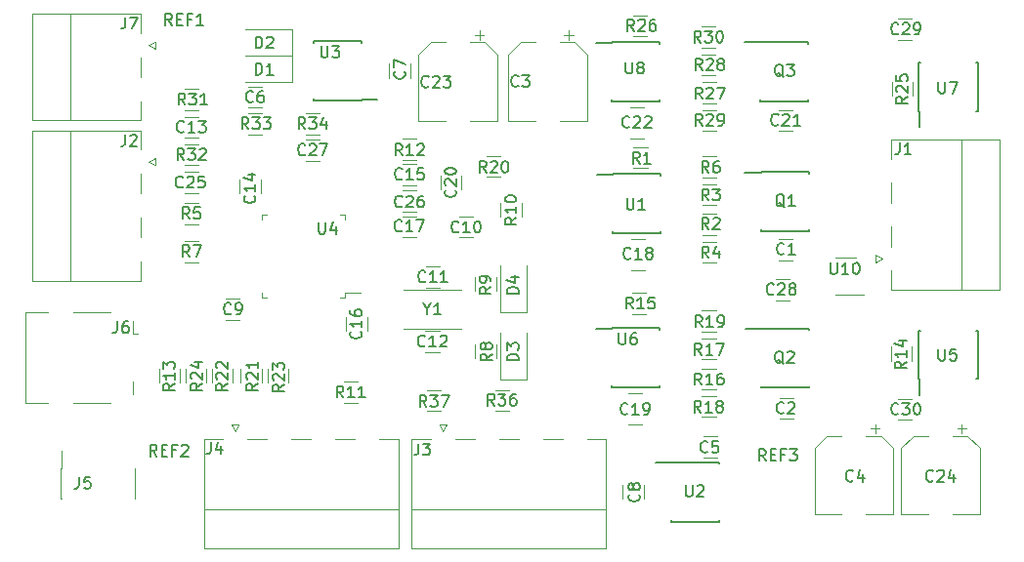
<source format=gto>
G04 #@! TF.GenerationSoftware,KiCad,Pcbnew,(5.1.0)-1*
G04 #@! TF.CreationDate,2020-05-29T16:33:31+02:00*
G04 #@! TF.ProjectId,motortreiber,6d6f746f-7274-4726-9569-6265722e6b69,rev?*
G04 #@! TF.SameCoordinates,Original*
G04 #@! TF.FileFunction,Legend,Top*
G04 #@! TF.FilePolarity,Positive*
%FSLAX46Y46*%
G04 Gerber Fmt 4.6, Leading zero omitted, Abs format (unit mm)*
G04 Created by KiCad (PCBNEW (5.1.0)-1) date 2020-05-29 16:33:31*
%MOMM*%
%LPD*%
G04 APERTURE LIST*
%ADD10C,0.120000*%
%ADD11C,0.150000*%
G04 APERTURE END LIST*
D10*
X153700000Y-106900000D02*
X154300000Y-106900000D01*
X154000000Y-107500000D02*
X153700000Y-106900000D01*
X154300000Y-106900000D02*
X154000000Y-107500000D01*
X151290000Y-114300000D02*
X168140000Y-114300000D01*
X162670000Y-108190000D02*
X164380000Y-108190000D01*
X158860000Y-108190000D02*
X160570000Y-108190000D01*
X155050000Y-108190000D02*
X156760000Y-108190000D01*
X168140000Y-108190000D02*
X166480000Y-108190000D01*
X151290000Y-108190000D02*
X152950000Y-108190000D01*
X168140000Y-117610000D02*
X168140000Y-108190000D01*
X151290000Y-117610000D02*
X168140000Y-117610000D01*
X151290000Y-108190000D02*
X151290000Y-117610000D01*
X135700000Y-106900000D02*
X136300000Y-106900000D01*
X136000000Y-107500000D02*
X135700000Y-106900000D01*
X136300000Y-106900000D02*
X136000000Y-107500000D01*
X133290000Y-114300000D02*
X150140000Y-114300000D01*
X144670000Y-108190000D02*
X146380000Y-108190000D01*
X140860000Y-108190000D02*
X142570000Y-108190000D01*
X137050000Y-108190000D02*
X138760000Y-108190000D01*
X150140000Y-108190000D02*
X148480000Y-108190000D01*
X133290000Y-108190000D02*
X134950000Y-108190000D01*
X150140000Y-117610000D02*
X150140000Y-108190000D01*
X133290000Y-117610000D02*
X150140000Y-117610000D01*
X133290000Y-108190000D02*
X133290000Y-117610000D01*
X193397936Y-106510000D02*
X194602064Y-106510000D01*
X193397936Y-104690000D02*
X194602064Y-104690000D01*
X193397936Y-73510000D02*
X194602064Y-73510000D01*
X193397936Y-71690000D02*
X194602064Y-71690000D01*
X120925000Y-110670000D02*
X120925000Y-109210000D01*
X127275000Y-113330000D02*
X127335000Y-113330000D01*
X120865000Y-113330000D02*
X120925000Y-113330000D01*
X127335000Y-113330000D02*
X127335000Y-110670000D01*
X127275000Y-110670000D02*
X127335000Y-110670000D01*
X120865000Y-110670000D02*
X120925000Y-110670000D01*
X120865000Y-113330000D02*
X120865000Y-110670000D01*
X129100000Y-73700000D02*
X129100000Y-74300000D01*
X128500000Y-74000000D02*
X129100000Y-73700000D01*
X129100000Y-74300000D02*
X128500000Y-74000000D01*
X121700000Y-71290000D02*
X121700000Y-80520000D01*
X127810000Y-75050000D02*
X127810000Y-76760000D01*
X127810000Y-80520000D02*
X127810000Y-78860000D01*
X127810000Y-71290000D02*
X127810000Y-72950000D01*
X118390000Y-80520000D02*
X127810000Y-80520000D01*
X118390000Y-71290000D02*
X118390000Y-80520000D01*
X127810000Y-71290000D02*
X118390000Y-71290000D01*
X117790000Y-97190000D02*
X119740000Y-97190000D01*
X121960000Y-97190000D02*
X125190000Y-97190000D01*
X127110000Y-97910000D02*
X127110000Y-98990000D01*
X127110000Y-103210000D02*
X127110000Y-104290000D01*
X121960000Y-105010000D02*
X125190000Y-105010000D01*
X117790000Y-105010000D02*
X119740000Y-105010000D01*
X127110000Y-98990000D02*
X127540000Y-98990000D01*
X117790000Y-105010000D02*
X117790000Y-97190000D01*
X151160000Y-76812064D02*
X151160000Y-75607936D01*
X149340000Y-76812064D02*
X149340000Y-75607936D01*
D11*
X146935000Y-78735000D02*
X148335000Y-78735000D01*
X146935000Y-73635000D02*
X142785000Y-73635000D01*
X146935000Y-78785000D02*
X142785000Y-78785000D01*
X146935000Y-73635000D02*
X146935000Y-73780000D01*
X142785000Y-73635000D02*
X142785000Y-73780000D01*
X142785000Y-78785000D02*
X142785000Y-78640000D01*
X146935000Y-78785000D02*
X146935000Y-78735000D01*
D10*
X153814564Y-103890000D02*
X152610436Y-103890000D01*
X153814564Y-105710000D02*
X152610436Y-105710000D01*
X158510436Y-105710000D02*
X159714564Y-105710000D01*
X158510436Y-103890000D02*
X159714564Y-103890000D01*
X150497936Y-88410000D02*
X151702064Y-88410000D01*
X150497936Y-86590000D02*
X151702064Y-86590000D01*
X188000000Y-95610000D02*
X190450000Y-95610000D01*
X189800000Y-92390000D02*
X188000000Y-92390000D01*
X182810436Y-96110000D02*
X184014564Y-96110000D01*
X182810436Y-94290000D02*
X184014564Y-94290000D01*
X142097936Y-81710000D02*
X143302064Y-81710000D01*
X142097936Y-79890000D02*
X143302064Y-79890000D01*
X137097936Y-81710000D02*
X138302064Y-81710000D01*
X137097936Y-79890000D02*
X138302064Y-79890000D01*
X142097936Y-84010000D02*
X143302064Y-84010000D01*
X142097936Y-82190000D02*
X143302064Y-82190000D01*
X155550000Y-95190000D02*
X150550000Y-95190000D01*
X155550000Y-98610000D02*
X150550000Y-98610000D01*
X132802064Y-82590000D02*
X131597936Y-82590000D01*
X132802064Y-84410000D02*
X131597936Y-84410000D01*
X131610436Y-79610000D02*
X132814564Y-79610000D01*
X131610436Y-77790000D02*
X132814564Y-77790000D01*
X129100000Y-83800000D02*
X129100000Y-84400000D01*
X128500000Y-84100000D02*
X129100000Y-83800000D01*
X129100000Y-84400000D02*
X128500000Y-84100000D01*
X121700000Y-81390000D02*
X121700000Y-94430000D01*
X127810000Y-88960000D02*
X127810000Y-90670000D01*
X127810000Y-85150000D02*
X127810000Y-86860000D01*
X127810000Y-94430000D02*
X127810000Y-92770000D01*
X127810000Y-81390000D02*
X127810000Y-83050000D01*
X118390000Y-94430000D02*
X127810000Y-94430000D01*
X118390000Y-81390000D02*
X118390000Y-94430000D01*
X127810000Y-81390000D02*
X118390000Y-81390000D01*
X132802064Y-84990000D02*
X131597936Y-84990000D01*
X132802064Y-86810000D02*
X131597936Y-86810000D01*
X131585436Y-82010000D02*
X132789564Y-82010000D01*
X131585436Y-80190000D02*
X132789564Y-80190000D01*
X199341250Y-107256250D02*
X198553750Y-107256250D01*
X198947500Y-106862500D02*
X198947500Y-107650000D01*
X194754437Y-107890000D02*
X193690000Y-108954437D01*
X199445563Y-107890000D02*
X200510000Y-108954437D01*
X199445563Y-107890000D02*
X198160000Y-107890000D01*
X194754437Y-107890000D02*
X196040000Y-107890000D01*
X193690000Y-108954437D02*
X193690000Y-114710000D01*
X200510000Y-108954437D02*
X200510000Y-114710000D01*
X200510000Y-114710000D02*
X198160000Y-114710000D01*
X193690000Y-114710000D02*
X196040000Y-114710000D01*
X157541250Y-73106250D02*
X156753750Y-73106250D01*
X157147500Y-72712500D02*
X157147500Y-73500000D01*
X152954437Y-73740000D02*
X151890000Y-74804437D01*
X157645563Y-73740000D02*
X158710000Y-74804437D01*
X157645563Y-73740000D02*
X156360000Y-73740000D01*
X152954437Y-73740000D02*
X154240000Y-73740000D01*
X151890000Y-74804437D02*
X151890000Y-80560000D01*
X158710000Y-74804437D02*
X158710000Y-80560000D01*
X158710000Y-80560000D02*
X156360000Y-80560000D01*
X151890000Y-80560000D02*
X154240000Y-80560000D01*
D11*
X195275000Y-79675000D02*
X195275000Y-81075000D01*
X200375000Y-79675000D02*
X200375000Y-75525000D01*
X195225000Y-79675000D02*
X195225000Y-75525000D01*
X200375000Y-79675000D02*
X200230000Y-79675000D01*
X200375000Y-75525000D02*
X200230000Y-75525000D01*
X195225000Y-75525000D02*
X195370000Y-75525000D01*
X195225000Y-79675000D02*
X195275000Y-79675000D01*
X168625000Y-73775000D02*
X167225000Y-73775000D01*
X168625000Y-78875000D02*
X172775000Y-78875000D01*
X168625000Y-73725000D02*
X172775000Y-73725000D01*
X168625000Y-78875000D02*
X168625000Y-78730000D01*
X172775000Y-78875000D02*
X172775000Y-78730000D01*
X172775000Y-73725000D02*
X172775000Y-73870000D01*
X168625000Y-73725000D02*
X168625000Y-73775000D01*
D10*
X177602064Y-72390000D02*
X176397936Y-72390000D01*
X177602064Y-74210000D02*
X176397936Y-74210000D01*
X176497936Y-81410000D02*
X177702064Y-81410000D01*
X176497936Y-79590000D02*
X177702064Y-79590000D01*
X176410436Y-76610000D02*
X177614564Y-76610000D01*
X176410436Y-74790000D02*
X177614564Y-74790000D01*
X176497936Y-79010000D02*
X177702064Y-79010000D01*
X176497936Y-77190000D02*
X177702064Y-77190000D01*
X170497936Y-73210000D02*
X171702064Y-73210000D01*
X170497936Y-71390000D02*
X171702064Y-71390000D01*
X192890000Y-77197936D02*
X192890000Y-78402064D01*
X194710000Y-77197936D02*
X194710000Y-78402064D01*
D11*
X181525000Y-73740000D02*
X180125000Y-73740000D01*
X181525000Y-78840000D02*
X185675000Y-78840000D01*
X181525000Y-73690000D02*
X185675000Y-73690000D01*
X181525000Y-78840000D02*
X181525000Y-78695000D01*
X185675000Y-78840000D02*
X185675000Y-78695000D01*
X185675000Y-73690000D02*
X185675000Y-73835000D01*
X181525000Y-73690000D02*
X181525000Y-73740000D01*
D10*
X191500000Y-92800000D02*
X191500000Y-92200000D01*
X192100000Y-92500000D02*
X191500000Y-92800000D01*
X191500000Y-92200000D02*
X192100000Y-92500000D01*
X198900000Y-95210000D02*
X198900000Y-82170000D01*
X192790000Y-87640000D02*
X192790000Y-85930000D01*
X192790000Y-91450000D02*
X192790000Y-89740000D01*
X192790000Y-82170000D02*
X192790000Y-83830000D01*
X192790000Y-95210000D02*
X192790000Y-93550000D01*
X202210000Y-82170000D02*
X192790000Y-82170000D01*
X202210000Y-95210000D02*
X202210000Y-82170000D01*
X192790000Y-95210000D02*
X202210000Y-95210000D01*
X171402064Y-79340000D02*
X170197936Y-79340000D01*
X171402064Y-82060000D02*
X170197936Y-82060000D01*
X184302064Y-79590000D02*
X183097936Y-79590000D01*
X184302064Y-81410000D02*
X183097936Y-81410000D01*
X157785436Y-85410000D02*
X158989564Y-85410000D01*
X157785436Y-83590000D02*
X158989564Y-83590000D01*
X153790000Y-85297936D02*
X153790000Y-86502064D01*
X155610000Y-85297936D02*
X155610000Y-86502064D01*
D11*
X181575000Y-98615000D02*
X180175000Y-98615000D01*
X181575000Y-103715000D02*
X185725000Y-103715000D01*
X181575000Y-98565000D02*
X185725000Y-98565000D01*
X181575000Y-103715000D02*
X181575000Y-103570000D01*
X185725000Y-103715000D02*
X185725000Y-103570000D01*
X185725000Y-98565000D02*
X185725000Y-98710000D01*
X181575000Y-98565000D02*
X181575000Y-98615000D01*
D10*
X131696000Y-102081936D02*
X131696000Y-103286064D01*
X133516000Y-102081936D02*
X133516000Y-103286064D01*
X138808000Y-102081936D02*
X138808000Y-103286064D01*
X140628000Y-102081936D02*
X140628000Y-103286064D01*
X133982000Y-102081936D02*
X133982000Y-103286064D01*
X135802000Y-102081936D02*
X135802000Y-103286064D01*
X136474000Y-102069936D02*
X136474000Y-103274064D01*
X138294000Y-102069936D02*
X138294000Y-103274064D01*
X177652064Y-97030000D02*
X176447936Y-97030000D01*
X177652064Y-98850000D02*
X176447936Y-98850000D01*
X176447936Y-106250000D02*
X177652064Y-106250000D01*
X176447936Y-104430000D02*
X177652064Y-104430000D01*
X176447936Y-101250000D02*
X177652064Y-101250000D01*
X176447936Y-99430000D02*
X177652064Y-99430000D01*
X176447936Y-103850000D02*
X177652064Y-103850000D01*
X176447936Y-102030000D02*
X177652064Y-102030000D01*
X170397936Y-97300000D02*
X171602064Y-97300000D01*
X170397936Y-95480000D02*
X171602064Y-95480000D01*
X194610000Y-101352064D02*
X194610000Y-100147936D01*
X192790000Y-101352064D02*
X192790000Y-100147936D01*
X177712064Y-83630000D02*
X176507936Y-83630000D01*
X177712064Y-85450000D02*
X176507936Y-85450000D01*
X176507936Y-92850000D02*
X177712064Y-92850000D01*
X176507936Y-91030000D02*
X177712064Y-91030000D01*
X176507936Y-87850000D02*
X177712064Y-87850000D01*
X176507936Y-86030000D02*
X177712064Y-86030000D01*
X176507936Y-90450000D02*
X177712064Y-90450000D01*
X176507936Y-88630000D02*
X177712064Y-88630000D01*
X170507936Y-84650000D02*
X171712064Y-84650000D01*
X170507936Y-82830000D02*
X171712064Y-82830000D01*
X171252064Y-104180000D02*
X170047936Y-104180000D01*
X171252064Y-106900000D02*
X170047936Y-106900000D01*
X171512064Y-90780000D02*
X170307936Y-90780000D01*
X171512064Y-93500000D02*
X170307936Y-93500000D01*
D11*
X168625000Y-98565000D02*
X167225000Y-98565000D01*
X168625000Y-103665000D02*
X172775000Y-103665000D01*
X168625000Y-98515000D02*
X172775000Y-98515000D01*
X168625000Y-103665000D02*
X168625000Y-103520000D01*
X172775000Y-103665000D02*
X172775000Y-103520000D01*
X172775000Y-98515000D02*
X172775000Y-98660000D01*
X168625000Y-98515000D02*
X168625000Y-98565000D01*
X195275000Y-102925000D02*
X195275000Y-104325000D01*
X200375000Y-102925000D02*
X200375000Y-98775000D01*
X195225000Y-102925000D02*
X195225000Y-98775000D01*
X200375000Y-102925000D02*
X200230000Y-102925000D01*
X200375000Y-98775000D02*
X200230000Y-98775000D01*
X195225000Y-98775000D02*
X195370000Y-98775000D01*
X195225000Y-102925000D02*
X195275000Y-102925000D01*
X168735000Y-85215000D02*
X167335000Y-85215000D01*
X168735000Y-90315000D02*
X172885000Y-90315000D01*
X168735000Y-85165000D02*
X172885000Y-85165000D01*
X168735000Y-90315000D02*
X168735000Y-90170000D01*
X172885000Y-90315000D02*
X172885000Y-90170000D01*
X172885000Y-85165000D02*
X172885000Y-85310000D01*
X168735000Y-85165000D02*
X168735000Y-85215000D01*
X181555000Y-85025000D02*
X180155000Y-85025000D01*
X181555000Y-90125000D02*
X185705000Y-90125000D01*
X181555000Y-84975000D02*
X185705000Y-84975000D01*
X181555000Y-90125000D02*
X181555000Y-89980000D01*
X185705000Y-90125000D02*
X185705000Y-89980000D01*
X185705000Y-84975000D02*
X185705000Y-85120000D01*
X181555000Y-84975000D02*
X181555000Y-85025000D01*
D10*
X191841250Y-107256250D02*
X191053750Y-107256250D01*
X191447500Y-106862500D02*
X191447500Y-107650000D01*
X187254437Y-107890000D02*
X186190000Y-108954437D01*
X191945563Y-107890000D02*
X193010000Y-108954437D01*
X191945563Y-107890000D02*
X190660000Y-107890000D01*
X187254437Y-107890000D02*
X188540000Y-107890000D01*
X186190000Y-108954437D02*
X186190000Y-114710000D01*
X193010000Y-108954437D02*
X193010000Y-114710000D01*
X193010000Y-114710000D02*
X190660000Y-114710000D01*
X186190000Y-114710000D02*
X188540000Y-114710000D01*
X136352064Y-95990000D02*
X135147936Y-95990000D01*
X136352064Y-97810000D02*
X135147936Y-97810000D01*
X150463936Y-90640000D02*
X151668064Y-90640000D01*
X150463936Y-88820000D02*
X151668064Y-88820000D01*
X150497936Y-86110000D02*
X151702064Y-86110000D01*
X150497936Y-84290000D02*
X151702064Y-84290000D01*
X145532000Y-95430000D02*
X146822000Y-95430000D01*
X145532000Y-95880000D02*
X145532000Y-95430000D01*
X145082000Y-95880000D02*
X145532000Y-95880000D01*
X138312000Y-95880000D02*
X138312000Y-95430000D01*
X138762000Y-95880000D02*
X138312000Y-95880000D01*
X145532000Y-88660000D02*
X145532000Y-89110000D01*
X145082000Y-88660000D02*
X145532000Y-88660000D01*
X138312000Y-88660000D02*
X138312000Y-89110000D01*
X138762000Y-88660000D02*
X138312000Y-88660000D01*
D11*
X173807000Y-110227000D02*
X172407000Y-110227000D01*
X173807000Y-115327000D02*
X177957000Y-115327000D01*
X173807000Y-110177000D02*
X177957000Y-110177000D01*
X173807000Y-115327000D02*
X173807000Y-115182000D01*
X177957000Y-115327000D02*
X177957000Y-115182000D01*
X177957000Y-110177000D02*
X177957000Y-110322000D01*
X173807000Y-110177000D02*
X173807000Y-110227000D01*
D10*
X131210000Y-103289564D02*
X131210000Y-102085436D01*
X129390000Y-103289564D02*
X129390000Y-102085436D01*
X150497936Y-83910000D02*
X151702064Y-83910000D01*
X150497936Y-82090000D02*
X151702064Y-82090000D01*
X145399936Y-104994000D02*
X146604064Y-104994000D01*
X145399936Y-103174000D02*
X146604064Y-103174000D01*
X158990000Y-87660436D02*
X158990000Y-88864564D01*
X160810000Y-87660436D02*
X160810000Y-88864564D01*
X158610000Y-95302064D02*
X158610000Y-94097936D01*
X156790000Y-95302064D02*
X156790000Y-94097936D01*
X158610000Y-101114564D02*
X158610000Y-99910436D01*
X156790000Y-101114564D02*
X156790000Y-99910436D01*
X132814564Y-90990000D02*
X131610436Y-90990000D01*
X132814564Y-92810000D02*
X131610436Y-92810000D01*
X132802064Y-87690000D02*
X131597936Y-87690000D01*
X132802064Y-89510000D02*
X131597936Y-89510000D01*
X161235000Y-97172500D02*
X161235000Y-93112500D01*
X158965000Y-97172500D02*
X161235000Y-97172500D01*
X158965000Y-93112500D02*
X158965000Y-97172500D01*
X161235000Y-102980500D02*
X161235000Y-98920500D01*
X158965000Y-102980500D02*
X161235000Y-102980500D01*
X158965000Y-98920500D02*
X158965000Y-102980500D01*
X140947500Y-72615000D02*
X136887500Y-72615000D01*
X140947500Y-74885000D02*
X140947500Y-72615000D01*
X136887500Y-74885000D02*
X140947500Y-74885000D01*
X140947500Y-74915000D02*
X136887500Y-74915000D01*
X140947500Y-77185000D02*
X140947500Y-74915000D01*
X136887500Y-77185000D02*
X140947500Y-77185000D01*
X145590000Y-97585436D02*
X145590000Y-98789564D01*
X147410000Y-97585436D02*
X147410000Y-98789564D01*
X138210000Y-86814564D02*
X138210000Y-85610436D01*
X136390000Y-86814564D02*
X136390000Y-85610436D01*
X152485436Y-100610000D02*
X153689564Y-100610000D01*
X152485436Y-98790000D02*
X153689564Y-98790000D01*
X153714564Y-93190000D02*
X152510436Y-93190000D01*
X153714564Y-95010000D02*
X152510436Y-95010000D01*
X156614564Y-88840000D02*
X155410436Y-88840000D01*
X156614564Y-90660000D02*
X155410436Y-90660000D01*
X169590000Y-112147936D02*
X169590000Y-113352064D01*
X171410000Y-112147936D02*
X171410000Y-113352064D01*
X138302064Y-79410000D02*
X137097936Y-79410000D01*
X138302064Y-77590000D02*
X137097936Y-77590000D01*
X177752064Y-107915000D02*
X176547936Y-107915000D01*
X177752064Y-109735000D02*
X176547936Y-109735000D01*
X165291250Y-73106250D02*
X164503750Y-73106250D01*
X164897500Y-72712500D02*
X164897500Y-73500000D01*
X160704437Y-73740000D02*
X159640000Y-74804437D01*
X165395563Y-73740000D02*
X166460000Y-74804437D01*
X165395563Y-73740000D02*
X164110000Y-73740000D01*
X160704437Y-73740000D02*
X161990000Y-73740000D01*
X159640000Y-74804437D02*
X159640000Y-80560000D01*
X166460000Y-74804437D02*
X166460000Y-80560000D01*
X166460000Y-80560000D02*
X164110000Y-80560000D01*
X159640000Y-80560000D02*
X161990000Y-80560000D01*
X184352064Y-104590000D02*
X183147936Y-104590000D01*
X184352064Y-106410000D02*
X183147936Y-106410000D01*
X184312064Y-90830000D02*
X183107936Y-90830000D01*
X184312064Y-92650000D02*
X183107936Y-92650000D01*
D11*
X129202380Y-109652380D02*
X128869047Y-109176190D01*
X128630952Y-109652380D02*
X128630952Y-108652380D01*
X129011904Y-108652380D01*
X129107142Y-108700000D01*
X129154761Y-108747619D01*
X129202380Y-108842857D01*
X129202380Y-108985714D01*
X129154761Y-109080952D01*
X129107142Y-109128571D01*
X129011904Y-109176190D01*
X128630952Y-109176190D01*
X129630952Y-109128571D02*
X129964285Y-109128571D01*
X130107142Y-109652380D02*
X129630952Y-109652380D01*
X129630952Y-108652380D01*
X130107142Y-108652380D01*
X130869047Y-109128571D02*
X130535714Y-109128571D01*
X130535714Y-109652380D02*
X130535714Y-108652380D01*
X131011904Y-108652380D01*
X131345238Y-108747619D02*
X131392857Y-108700000D01*
X131488095Y-108652380D01*
X131726190Y-108652380D01*
X131821428Y-108700000D01*
X131869047Y-108747619D01*
X131916666Y-108842857D01*
X131916666Y-108938095D01*
X131869047Y-109080952D01*
X131297619Y-109652380D01*
X131916666Y-109652380D01*
X181952380Y-110052380D02*
X181619047Y-109576190D01*
X181380952Y-110052380D02*
X181380952Y-109052380D01*
X181761904Y-109052380D01*
X181857142Y-109100000D01*
X181904761Y-109147619D01*
X181952380Y-109242857D01*
X181952380Y-109385714D01*
X181904761Y-109480952D01*
X181857142Y-109528571D01*
X181761904Y-109576190D01*
X181380952Y-109576190D01*
X182380952Y-109528571D02*
X182714285Y-109528571D01*
X182857142Y-110052380D02*
X182380952Y-110052380D01*
X182380952Y-109052380D01*
X182857142Y-109052380D01*
X183619047Y-109528571D02*
X183285714Y-109528571D01*
X183285714Y-110052380D02*
X183285714Y-109052380D01*
X183761904Y-109052380D01*
X184047619Y-109052380D02*
X184666666Y-109052380D01*
X184333333Y-109433333D01*
X184476190Y-109433333D01*
X184571428Y-109480952D01*
X184619047Y-109528571D01*
X184666666Y-109623809D01*
X184666666Y-109861904D01*
X184619047Y-109957142D01*
X184571428Y-110004761D01*
X184476190Y-110052380D01*
X184190476Y-110052380D01*
X184095238Y-110004761D01*
X184047619Y-109957142D01*
X130502380Y-72252380D02*
X130169047Y-71776190D01*
X129930952Y-72252380D02*
X129930952Y-71252380D01*
X130311904Y-71252380D01*
X130407142Y-71300000D01*
X130454761Y-71347619D01*
X130502380Y-71442857D01*
X130502380Y-71585714D01*
X130454761Y-71680952D01*
X130407142Y-71728571D01*
X130311904Y-71776190D01*
X129930952Y-71776190D01*
X130930952Y-71728571D02*
X131264285Y-71728571D01*
X131407142Y-72252380D02*
X130930952Y-72252380D01*
X130930952Y-71252380D01*
X131407142Y-71252380D01*
X132169047Y-71728571D02*
X131835714Y-71728571D01*
X131835714Y-72252380D02*
X131835714Y-71252380D01*
X132311904Y-71252380D01*
X133216666Y-72252380D02*
X132645238Y-72252380D01*
X132930952Y-72252380D02*
X132930952Y-71252380D01*
X132835714Y-71395238D01*
X132740476Y-71490476D01*
X132645238Y-71538095D01*
X151866666Y-108552380D02*
X151866666Y-109266666D01*
X151819047Y-109409523D01*
X151723809Y-109504761D01*
X151580952Y-109552380D01*
X151485714Y-109552380D01*
X152247619Y-108552380D02*
X152866666Y-108552380D01*
X152533333Y-108933333D01*
X152676190Y-108933333D01*
X152771428Y-108980952D01*
X152819047Y-109028571D01*
X152866666Y-109123809D01*
X152866666Y-109361904D01*
X152819047Y-109457142D01*
X152771428Y-109504761D01*
X152676190Y-109552380D01*
X152390476Y-109552380D01*
X152295238Y-109504761D01*
X152247619Y-109457142D01*
X133866666Y-108452380D02*
X133866666Y-109166666D01*
X133819047Y-109309523D01*
X133723809Y-109404761D01*
X133580952Y-109452380D01*
X133485714Y-109452380D01*
X134771428Y-108785714D02*
X134771428Y-109452380D01*
X134533333Y-108404761D02*
X134295238Y-109119047D01*
X134914285Y-109119047D01*
X193457142Y-105957142D02*
X193409523Y-106004761D01*
X193266666Y-106052380D01*
X193171428Y-106052380D01*
X193028571Y-106004761D01*
X192933333Y-105909523D01*
X192885714Y-105814285D01*
X192838095Y-105623809D01*
X192838095Y-105480952D01*
X192885714Y-105290476D01*
X192933333Y-105195238D01*
X193028571Y-105100000D01*
X193171428Y-105052380D01*
X193266666Y-105052380D01*
X193409523Y-105100000D01*
X193457142Y-105147619D01*
X193790476Y-105052380D02*
X194409523Y-105052380D01*
X194076190Y-105433333D01*
X194219047Y-105433333D01*
X194314285Y-105480952D01*
X194361904Y-105528571D01*
X194409523Y-105623809D01*
X194409523Y-105861904D01*
X194361904Y-105957142D01*
X194314285Y-106004761D01*
X194219047Y-106052380D01*
X193933333Y-106052380D01*
X193838095Y-106004761D01*
X193790476Y-105957142D01*
X195028571Y-105052380D02*
X195123809Y-105052380D01*
X195219047Y-105100000D01*
X195266666Y-105147619D01*
X195314285Y-105242857D01*
X195361904Y-105433333D01*
X195361904Y-105671428D01*
X195314285Y-105861904D01*
X195266666Y-105957142D01*
X195219047Y-106004761D01*
X195123809Y-106052380D01*
X195028571Y-106052380D01*
X194933333Y-106004761D01*
X194885714Y-105957142D01*
X194838095Y-105861904D01*
X194790476Y-105671428D01*
X194790476Y-105433333D01*
X194838095Y-105242857D01*
X194885714Y-105147619D01*
X194933333Y-105100000D01*
X195028571Y-105052380D01*
X193457142Y-72957142D02*
X193409523Y-73004761D01*
X193266666Y-73052380D01*
X193171428Y-73052380D01*
X193028571Y-73004761D01*
X192933333Y-72909523D01*
X192885714Y-72814285D01*
X192838095Y-72623809D01*
X192838095Y-72480952D01*
X192885714Y-72290476D01*
X192933333Y-72195238D01*
X193028571Y-72100000D01*
X193171428Y-72052380D01*
X193266666Y-72052380D01*
X193409523Y-72100000D01*
X193457142Y-72147619D01*
X193838095Y-72147619D02*
X193885714Y-72100000D01*
X193980952Y-72052380D01*
X194219047Y-72052380D01*
X194314285Y-72100000D01*
X194361904Y-72147619D01*
X194409523Y-72242857D01*
X194409523Y-72338095D01*
X194361904Y-72480952D01*
X193790476Y-73052380D01*
X194409523Y-73052380D01*
X194885714Y-73052380D02*
X195076190Y-73052380D01*
X195171428Y-73004761D01*
X195219047Y-72957142D01*
X195314285Y-72814285D01*
X195361904Y-72623809D01*
X195361904Y-72242857D01*
X195314285Y-72147619D01*
X195266666Y-72100000D01*
X195171428Y-72052380D01*
X194980952Y-72052380D01*
X194885714Y-72100000D01*
X194838095Y-72147619D01*
X194790476Y-72242857D01*
X194790476Y-72480952D01*
X194838095Y-72576190D01*
X194885714Y-72623809D01*
X194980952Y-72671428D01*
X195171428Y-72671428D01*
X195266666Y-72623809D01*
X195314285Y-72576190D01*
X195361904Y-72480952D01*
X122466666Y-111452380D02*
X122466666Y-112166666D01*
X122419047Y-112309523D01*
X122323809Y-112404761D01*
X122180952Y-112452380D01*
X122085714Y-112452380D01*
X123419047Y-111452380D02*
X122942857Y-111452380D01*
X122895238Y-111928571D01*
X122942857Y-111880952D01*
X123038095Y-111833333D01*
X123276190Y-111833333D01*
X123371428Y-111880952D01*
X123419047Y-111928571D01*
X123466666Y-112023809D01*
X123466666Y-112261904D01*
X123419047Y-112357142D01*
X123371428Y-112404761D01*
X123276190Y-112452380D01*
X123038095Y-112452380D01*
X122942857Y-112404761D01*
X122895238Y-112357142D01*
X126466666Y-71552380D02*
X126466666Y-72266666D01*
X126419047Y-72409523D01*
X126323809Y-72504761D01*
X126180952Y-72552380D01*
X126085714Y-72552380D01*
X126847619Y-71552380D02*
X127514285Y-71552380D01*
X127085714Y-72552380D01*
X125766666Y-97952380D02*
X125766666Y-98666666D01*
X125719047Y-98809523D01*
X125623809Y-98904761D01*
X125480952Y-98952380D01*
X125385714Y-98952380D01*
X126671428Y-97952380D02*
X126480952Y-97952380D01*
X126385714Y-98000000D01*
X126338095Y-98047619D01*
X126242857Y-98190476D01*
X126195238Y-98380952D01*
X126195238Y-98761904D01*
X126242857Y-98857142D01*
X126290476Y-98904761D01*
X126385714Y-98952380D01*
X126576190Y-98952380D01*
X126671428Y-98904761D01*
X126719047Y-98857142D01*
X126766666Y-98761904D01*
X126766666Y-98523809D01*
X126719047Y-98428571D01*
X126671428Y-98380952D01*
X126576190Y-98333333D01*
X126385714Y-98333333D01*
X126290476Y-98380952D01*
X126242857Y-98428571D01*
X126195238Y-98523809D01*
X150657142Y-76266666D02*
X150704761Y-76314285D01*
X150752380Y-76457142D01*
X150752380Y-76552380D01*
X150704761Y-76695238D01*
X150609523Y-76790476D01*
X150514285Y-76838095D01*
X150323809Y-76885714D01*
X150180952Y-76885714D01*
X149990476Y-76838095D01*
X149895238Y-76790476D01*
X149800000Y-76695238D01*
X149752380Y-76552380D01*
X149752380Y-76457142D01*
X149800000Y-76314285D01*
X149847619Y-76266666D01*
X149752380Y-75933333D02*
X149752380Y-75266666D01*
X150752380Y-75695238D01*
X143438095Y-74052380D02*
X143438095Y-74861904D01*
X143485714Y-74957142D01*
X143533333Y-75004761D01*
X143628571Y-75052380D01*
X143819047Y-75052380D01*
X143914285Y-75004761D01*
X143961904Y-74957142D01*
X144009523Y-74861904D01*
X144009523Y-74052380D01*
X144390476Y-74052380D02*
X145009523Y-74052380D01*
X144676190Y-74433333D01*
X144819047Y-74433333D01*
X144914285Y-74480952D01*
X144961904Y-74528571D01*
X145009523Y-74623809D01*
X145009523Y-74861904D01*
X144961904Y-74957142D01*
X144914285Y-75004761D01*
X144819047Y-75052380D01*
X144533333Y-75052380D01*
X144438095Y-75004761D01*
X144390476Y-74957142D01*
X152569642Y-105352380D02*
X152236309Y-104876190D01*
X151998214Y-105352380D02*
X151998214Y-104352380D01*
X152379166Y-104352380D01*
X152474404Y-104400000D01*
X152522023Y-104447619D01*
X152569642Y-104542857D01*
X152569642Y-104685714D01*
X152522023Y-104780952D01*
X152474404Y-104828571D01*
X152379166Y-104876190D01*
X151998214Y-104876190D01*
X152902976Y-104352380D02*
X153522023Y-104352380D01*
X153188690Y-104733333D01*
X153331547Y-104733333D01*
X153426785Y-104780952D01*
X153474404Y-104828571D01*
X153522023Y-104923809D01*
X153522023Y-105161904D01*
X153474404Y-105257142D01*
X153426785Y-105304761D01*
X153331547Y-105352380D01*
X153045833Y-105352380D01*
X152950595Y-105304761D01*
X152902976Y-105257142D01*
X153855357Y-104352380D02*
X154522023Y-104352380D01*
X154093452Y-105352380D01*
X158469642Y-105252380D02*
X158136309Y-104776190D01*
X157898214Y-105252380D02*
X157898214Y-104252380D01*
X158279166Y-104252380D01*
X158374404Y-104300000D01*
X158422023Y-104347619D01*
X158469642Y-104442857D01*
X158469642Y-104585714D01*
X158422023Y-104680952D01*
X158374404Y-104728571D01*
X158279166Y-104776190D01*
X157898214Y-104776190D01*
X158802976Y-104252380D02*
X159422023Y-104252380D01*
X159088690Y-104633333D01*
X159231547Y-104633333D01*
X159326785Y-104680952D01*
X159374404Y-104728571D01*
X159422023Y-104823809D01*
X159422023Y-105061904D01*
X159374404Y-105157142D01*
X159326785Y-105204761D01*
X159231547Y-105252380D01*
X158945833Y-105252380D01*
X158850595Y-105204761D01*
X158802976Y-105157142D01*
X160279166Y-104252380D02*
X160088690Y-104252380D01*
X159993452Y-104300000D01*
X159945833Y-104347619D01*
X159850595Y-104490476D01*
X159802976Y-104680952D01*
X159802976Y-105061904D01*
X159850595Y-105157142D01*
X159898214Y-105204761D01*
X159993452Y-105252380D01*
X160183928Y-105252380D01*
X160279166Y-105204761D01*
X160326785Y-105157142D01*
X160374404Y-105061904D01*
X160374404Y-104823809D01*
X160326785Y-104728571D01*
X160279166Y-104680952D01*
X160183928Y-104633333D01*
X159993452Y-104633333D01*
X159898214Y-104680952D01*
X159850595Y-104728571D01*
X159802976Y-104823809D01*
X150457142Y-87957142D02*
X150409523Y-88004761D01*
X150266666Y-88052380D01*
X150171428Y-88052380D01*
X150028571Y-88004761D01*
X149933333Y-87909523D01*
X149885714Y-87814285D01*
X149838095Y-87623809D01*
X149838095Y-87480952D01*
X149885714Y-87290476D01*
X149933333Y-87195238D01*
X150028571Y-87100000D01*
X150171428Y-87052380D01*
X150266666Y-87052380D01*
X150409523Y-87100000D01*
X150457142Y-87147619D01*
X150838095Y-87147619D02*
X150885714Y-87100000D01*
X150980952Y-87052380D01*
X151219047Y-87052380D01*
X151314285Y-87100000D01*
X151361904Y-87147619D01*
X151409523Y-87242857D01*
X151409523Y-87338095D01*
X151361904Y-87480952D01*
X150790476Y-88052380D01*
X151409523Y-88052380D01*
X152266666Y-87052380D02*
X152076190Y-87052380D01*
X151980952Y-87100000D01*
X151933333Y-87147619D01*
X151838095Y-87290476D01*
X151790476Y-87480952D01*
X151790476Y-87861904D01*
X151838095Y-87957142D01*
X151885714Y-88004761D01*
X151980952Y-88052380D01*
X152171428Y-88052380D01*
X152266666Y-88004761D01*
X152314285Y-87957142D01*
X152361904Y-87861904D01*
X152361904Y-87623809D01*
X152314285Y-87528571D01*
X152266666Y-87480952D01*
X152171428Y-87433333D01*
X151980952Y-87433333D01*
X151885714Y-87480952D01*
X151838095Y-87528571D01*
X151790476Y-87623809D01*
X187561904Y-92852380D02*
X187561904Y-93661904D01*
X187609523Y-93757142D01*
X187657142Y-93804761D01*
X187752380Y-93852380D01*
X187942857Y-93852380D01*
X188038095Y-93804761D01*
X188085714Y-93757142D01*
X188133333Y-93661904D01*
X188133333Y-92852380D01*
X189133333Y-93852380D02*
X188561904Y-93852380D01*
X188847619Y-93852380D02*
X188847619Y-92852380D01*
X188752380Y-92995238D01*
X188657142Y-93090476D01*
X188561904Y-93138095D01*
X189752380Y-92852380D02*
X189847619Y-92852380D01*
X189942857Y-92900000D01*
X189990476Y-92947619D01*
X190038095Y-93042857D01*
X190085714Y-93233333D01*
X190085714Y-93471428D01*
X190038095Y-93661904D01*
X189990476Y-93757142D01*
X189942857Y-93804761D01*
X189847619Y-93852380D01*
X189752380Y-93852380D01*
X189657142Y-93804761D01*
X189609523Y-93757142D01*
X189561904Y-93661904D01*
X189514285Y-93471428D01*
X189514285Y-93233333D01*
X189561904Y-93042857D01*
X189609523Y-92947619D01*
X189657142Y-92900000D01*
X189752380Y-92852380D01*
X182657142Y-95557142D02*
X182609523Y-95604761D01*
X182466666Y-95652380D01*
X182371428Y-95652380D01*
X182228571Y-95604761D01*
X182133333Y-95509523D01*
X182085714Y-95414285D01*
X182038095Y-95223809D01*
X182038095Y-95080952D01*
X182085714Y-94890476D01*
X182133333Y-94795238D01*
X182228571Y-94700000D01*
X182371428Y-94652380D01*
X182466666Y-94652380D01*
X182609523Y-94700000D01*
X182657142Y-94747619D01*
X183038095Y-94747619D02*
X183085714Y-94700000D01*
X183180952Y-94652380D01*
X183419047Y-94652380D01*
X183514285Y-94700000D01*
X183561904Y-94747619D01*
X183609523Y-94842857D01*
X183609523Y-94938095D01*
X183561904Y-95080952D01*
X182990476Y-95652380D01*
X183609523Y-95652380D01*
X184180952Y-95080952D02*
X184085714Y-95033333D01*
X184038095Y-94985714D01*
X183990476Y-94890476D01*
X183990476Y-94842857D01*
X184038095Y-94747619D01*
X184085714Y-94700000D01*
X184180952Y-94652380D01*
X184371428Y-94652380D01*
X184466666Y-94700000D01*
X184514285Y-94747619D01*
X184561904Y-94842857D01*
X184561904Y-94890476D01*
X184514285Y-94985714D01*
X184466666Y-95033333D01*
X184371428Y-95080952D01*
X184180952Y-95080952D01*
X184085714Y-95128571D01*
X184038095Y-95176190D01*
X183990476Y-95271428D01*
X183990476Y-95461904D01*
X184038095Y-95557142D01*
X184085714Y-95604761D01*
X184180952Y-95652380D01*
X184371428Y-95652380D01*
X184466666Y-95604761D01*
X184514285Y-95557142D01*
X184561904Y-95461904D01*
X184561904Y-95271428D01*
X184514285Y-95176190D01*
X184466666Y-95128571D01*
X184371428Y-95080952D01*
X142057142Y-81252380D02*
X141723809Y-80776190D01*
X141485714Y-81252380D02*
X141485714Y-80252380D01*
X141866666Y-80252380D01*
X141961904Y-80300000D01*
X142009523Y-80347619D01*
X142057142Y-80442857D01*
X142057142Y-80585714D01*
X142009523Y-80680952D01*
X141961904Y-80728571D01*
X141866666Y-80776190D01*
X141485714Y-80776190D01*
X142390476Y-80252380D02*
X143009523Y-80252380D01*
X142676190Y-80633333D01*
X142819047Y-80633333D01*
X142914285Y-80680952D01*
X142961904Y-80728571D01*
X143009523Y-80823809D01*
X143009523Y-81061904D01*
X142961904Y-81157142D01*
X142914285Y-81204761D01*
X142819047Y-81252380D01*
X142533333Y-81252380D01*
X142438095Y-81204761D01*
X142390476Y-81157142D01*
X143866666Y-80585714D02*
X143866666Y-81252380D01*
X143628571Y-80204761D02*
X143390476Y-80919047D01*
X144009523Y-80919047D01*
X137157142Y-81252380D02*
X136823809Y-80776190D01*
X136585714Y-81252380D02*
X136585714Y-80252380D01*
X136966666Y-80252380D01*
X137061904Y-80300000D01*
X137109523Y-80347619D01*
X137157142Y-80442857D01*
X137157142Y-80585714D01*
X137109523Y-80680952D01*
X137061904Y-80728571D01*
X136966666Y-80776190D01*
X136585714Y-80776190D01*
X137490476Y-80252380D02*
X138109523Y-80252380D01*
X137776190Y-80633333D01*
X137919047Y-80633333D01*
X138014285Y-80680952D01*
X138061904Y-80728571D01*
X138109523Y-80823809D01*
X138109523Y-81061904D01*
X138061904Y-81157142D01*
X138014285Y-81204761D01*
X137919047Y-81252380D01*
X137633333Y-81252380D01*
X137538095Y-81204761D01*
X137490476Y-81157142D01*
X138442857Y-80252380D02*
X139061904Y-80252380D01*
X138728571Y-80633333D01*
X138871428Y-80633333D01*
X138966666Y-80680952D01*
X139014285Y-80728571D01*
X139061904Y-80823809D01*
X139061904Y-81061904D01*
X139014285Y-81157142D01*
X138966666Y-81204761D01*
X138871428Y-81252380D01*
X138585714Y-81252380D01*
X138490476Y-81204761D01*
X138442857Y-81157142D01*
X142057142Y-83457142D02*
X142009523Y-83504761D01*
X141866666Y-83552380D01*
X141771428Y-83552380D01*
X141628571Y-83504761D01*
X141533333Y-83409523D01*
X141485714Y-83314285D01*
X141438095Y-83123809D01*
X141438095Y-82980952D01*
X141485714Y-82790476D01*
X141533333Y-82695238D01*
X141628571Y-82600000D01*
X141771428Y-82552380D01*
X141866666Y-82552380D01*
X142009523Y-82600000D01*
X142057142Y-82647619D01*
X142438095Y-82647619D02*
X142485714Y-82600000D01*
X142580952Y-82552380D01*
X142819047Y-82552380D01*
X142914285Y-82600000D01*
X142961904Y-82647619D01*
X143009523Y-82742857D01*
X143009523Y-82838095D01*
X142961904Y-82980952D01*
X142390476Y-83552380D01*
X143009523Y-83552380D01*
X143342857Y-82552380D02*
X144009523Y-82552380D01*
X143580952Y-83552380D01*
X152623809Y-96876190D02*
X152623809Y-97352380D01*
X152290476Y-96352380D02*
X152623809Y-96876190D01*
X152957142Y-96352380D01*
X153814285Y-97352380D02*
X153242857Y-97352380D01*
X153528571Y-97352380D02*
X153528571Y-96352380D01*
X153433333Y-96495238D01*
X153338095Y-96590476D01*
X153242857Y-96638095D01*
X131557142Y-83952380D02*
X131223809Y-83476190D01*
X130985714Y-83952380D02*
X130985714Y-82952380D01*
X131366666Y-82952380D01*
X131461904Y-83000000D01*
X131509523Y-83047619D01*
X131557142Y-83142857D01*
X131557142Y-83285714D01*
X131509523Y-83380952D01*
X131461904Y-83428571D01*
X131366666Y-83476190D01*
X130985714Y-83476190D01*
X131890476Y-82952380D02*
X132509523Y-82952380D01*
X132176190Y-83333333D01*
X132319047Y-83333333D01*
X132414285Y-83380952D01*
X132461904Y-83428571D01*
X132509523Y-83523809D01*
X132509523Y-83761904D01*
X132461904Y-83857142D01*
X132414285Y-83904761D01*
X132319047Y-83952380D01*
X132033333Y-83952380D01*
X131938095Y-83904761D01*
X131890476Y-83857142D01*
X132890476Y-83047619D02*
X132938095Y-83000000D01*
X133033333Y-82952380D01*
X133271428Y-82952380D01*
X133366666Y-83000000D01*
X133414285Y-83047619D01*
X133461904Y-83142857D01*
X133461904Y-83238095D01*
X133414285Y-83380952D01*
X132842857Y-83952380D01*
X133461904Y-83952380D01*
X131657142Y-79152380D02*
X131323809Y-78676190D01*
X131085714Y-79152380D02*
X131085714Y-78152380D01*
X131466666Y-78152380D01*
X131561904Y-78200000D01*
X131609523Y-78247619D01*
X131657142Y-78342857D01*
X131657142Y-78485714D01*
X131609523Y-78580952D01*
X131561904Y-78628571D01*
X131466666Y-78676190D01*
X131085714Y-78676190D01*
X131990476Y-78152380D02*
X132609523Y-78152380D01*
X132276190Y-78533333D01*
X132419047Y-78533333D01*
X132514285Y-78580952D01*
X132561904Y-78628571D01*
X132609523Y-78723809D01*
X132609523Y-78961904D01*
X132561904Y-79057142D01*
X132514285Y-79104761D01*
X132419047Y-79152380D01*
X132133333Y-79152380D01*
X132038095Y-79104761D01*
X131990476Y-79057142D01*
X133561904Y-79152380D02*
X132990476Y-79152380D01*
X133276190Y-79152380D02*
X133276190Y-78152380D01*
X133180952Y-78295238D01*
X133085714Y-78390476D01*
X132990476Y-78438095D01*
X126466666Y-81752380D02*
X126466666Y-82466666D01*
X126419047Y-82609523D01*
X126323809Y-82704761D01*
X126180952Y-82752380D01*
X126085714Y-82752380D01*
X126895238Y-81847619D02*
X126942857Y-81800000D01*
X127038095Y-81752380D01*
X127276190Y-81752380D01*
X127371428Y-81800000D01*
X127419047Y-81847619D01*
X127466666Y-81942857D01*
X127466666Y-82038095D01*
X127419047Y-82180952D01*
X126847619Y-82752380D01*
X127466666Y-82752380D01*
X131457142Y-86257142D02*
X131409523Y-86304761D01*
X131266666Y-86352380D01*
X131171428Y-86352380D01*
X131028571Y-86304761D01*
X130933333Y-86209523D01*
X130885714Y-86114285D01*
X130838095Y-85923809D01*
X130838095Y-85780952D01*
X130885714Y-85590476D01*
X130933333Y-85495238D01*
X131028571Y-85400000D01*
X131171428Y-85352380D01*
X131266666Y-85352380D01*
X131409523Y-85400000D01*
X131457142Y-85447619D01*
X131838095Y-85447619D02*
X131885714Y-85400000D01*
X131980952Y-85352380D01*
X132219047Y-85352380D01*
X132314285Y-85400000D01*
X132361904Y-85447619D01*
X132409523Y-85542857D01*
X132409523Y-85638095D01*
X132361904Y-85780952D01*
X131790476Y-86352380D01*
X132409523Y-86352380D01*
X133314285Y-85352380D02*
X132838095Y-85352380D01*
X132790476Y-85828571D01*
X132838095Y-85780952D01*
X132933333Y-85733333D01*
X133171428Y-85733333D01*
X133266666Y-85780952D01*
X133314285Y-85828571D01*
X133361904Y-85923809D01*
X133361904Y-86161904D01*
X133314285Y-86257142D01*
X133266666Y-86304761D01*
X133171428Y-86352380D01*
X132933333Y-86352380D01*
X132838095Y-86304761D01*
X132790476Y-86257142D01*
X131544642Y-81457142D02*
X131497023Y-81504761D01*
X131354166Y-81552380D01*
X131258928Y-81552380D01*
X131116071Y-81504761D01*
X131020833Y-81409523D01*
X130973214Y-81314285D01*
X130925595Y-81123809D01*
X130925595Y-80980952D01*
X130973214Y-80790476D01*
X131020833Y-80695238D01*
X131116071Y-80600000D01*
X131258928Y-80552380D01*
X131354166Y-80552380D01*
X131497023Y-80600000D01*
X131544642Y-80647619D01*
X132497023Y-81552380D02*
X131925595Y-81552380D01*
X132211309Y-81552380D02*
X132211309Y-80552380D01*
X132116071Y-80695238D01*
X132020833Y-80790476D01*
X131925595Y-80838095D01*
X132830357Y-80552380D02*
X133449404Y-80552380D01*
X133116071Y-80933333D01*
X133258928Y-80933333D01*
X133354166Y-80980952D01*
X133401785Y-81028571D01*
X133449404Y-81123809D01*
X133449404Y-81361904D01*
X133401785Y-81457142D01*
X133354166Y-81504761D01*
X133258928Y-81552380D01*
X132973214Y-81552380D01*
X132877976Y-81504761D01*
X132830357Y-81457142D01*
X196457142Y-111757142D02*
X196409523Y-111804761D01*
X196266666Y-111852380D01*
X196171428Y-111852380D01*
X196028571Y-111804761D01*
X195933333Y-111709523D01*
X195885714Y-111614285D01*
X195838095Y-111423809D01*
X195838095Y-111280952D01*
X195885714Y-111090476D01*
X195933333Y-110995238D01*
X196028571Y-110900000D01*
X196171428Y-110852380D01*
X196266666Y-110852380D01*
X196409523Y-110900000D01*
X196457142Y-110947619D01*
X196838095Y-110947619D02*
X196885714Y-110900000D01*
X196980952Y-110852380D01*
X197219047Y-110852380D01*
X197314285Y-110900000D01*
X197361904Y-110947619D01*
X197409523Y-111042857D01*
X197409523Y-111138095D01*
X197361904Y-111280952D01*
X196790476Y-111852380D01*
X197409523Y-111852380D01*
X198266666Y-111185714D02*
X198266666Y-111852380D01*
X198028571Y-110804761D02*
X197790476Y-111519047D01*
X198409523Y-111519047D01*
X152757142Y-77557142D02*
X152709523Y-77604761D01*
X152566666Y-77652380D01*
X152471428Y-77652380D01*
X152328571Y-77604761D01*
X152233333Y-77509523D01*
X152185714Y-77414285D01*
X152138095Y-77223809D01*
X152138095Y-77080952D01*
X152185714Y-76890476D01*
X152233333Y-76795238D01*
X152328571Y-76700000D01*
X152471428Y-76652380D01*
X152566666Y-76652380D01*
X152709523Y-76700000D01*
X152757142Y-76747619D01*
X153138095Y-76747619D02*
X153185714Y-76700000D01*
X153280952Y-76652380D01*
X153519047Y-76652380D01*
X153614285Y-76700000D01*
X153661904Y-76747619D01*
X153709523Y-76842857D01*
X153709523Y-76938095D01*
X153661904Y-77080952D01*
X153090476Y-77652380D01*
X153709523Y-77652380D01*
X154042857Y-76652380D02*
X154661904Y-76652380D01*
X154328571Y-77033333D01*
X154471428Y-77033333D01*
X154566666Y-77080952D01*
X154614285Y-77128571D01*
X154661904Y-77223809D01*
X154661904Y-77461904D01*
X154614285Y-77557142D01*
X154566666Y-77604761D01*
X154471428Y-77652380D01*
X154185714Y-77652380D01*
X154090476Y-77604761D01*
X154042857Y-77557142D01*
X196938095Y-77152380D02*
X196938095Y-77961904D01*
X196985714Y-78057142D01*
X197033333Y-78104761D01*
X197128571Y-78152380D01*
X197319047Y-78152380D01*
X197414285Y-78104761D01*
X197461904Y-78057142D01*
X197509523Y-77961904D01*
X197509523Y-77152380D01*
X197890476Y-77152380D02*
X198557142Y-77152380D01*
X198128571Y-78152380D01*
X169838095Y-75452380D02*
X169838095Y-76261904D01*
X169885714Y-76357142D01*
X169933333Y-76404761D01*
X170028571Y-76452380D01*
X170219047Y-76452380D01*
X170314285Y-76404761D01*
X170361904Y-76357142D01*
X170409523Y-76261904D01*
X170409523Y-75452380D01*
X171028571Y-75880952D02*
X170933333Y-75833333D01*
X170885714Y-75785714D01*
X170838095Y-75690476D01*
X170838095Y-75642857D01*
X170885714Y-75547619D01*
X170933333Y-75500000D01*
X171028571Y-75452380D01*
X171219047Y-75452380D01*
X171314285Y-75500000D01*
X171361904Y-75547619D01*
X171409523Y-75642857D01*
X171409523Y-75690476D01*
X171361904Y-75785714D01*
X171314285Y-75833333D01*
X171219047Y-75880952D01*
X171028571Y-75880952D01*
X170933333Y-75928571D01*
X170885714Y-75976190D01*
X170838095Y-76071428D01*
X170838095Y-76261904D01*
X170885714Y-76357142D01*
X170933333Y-76404761D01*
X171028571Y-76452380D01*
X171219047Y-76452380D01*
X171314285Y-76404761D01*
X171361904Y-76357142D01*
X171409523Y-76261904D01*
X171409523Y-76071428D01*
X171361904Y-75976190D01*
X171314285Y-75928571D01*
X171219047Y-75880952D01*
X176357142Y-73752380D02*
X176023809Y-73276190D01*
X175785714Y-73752380D02*
X175785714Y-72752380D01*
X176166666Y-72752380D01*
X176261904Y-72800000D01*
X176309523Y-72847619D01*
X176357142Y-72942857D01*
X176357142Y-73085714D01*
X176309523Y-73180952D01*
X176261904Y-73228571D01*
X176166666Y-73276190D01*
X175785714Y-73276190D01*
X176690476Y-72752380D02*
X177309523Y-72752380D01*
X176976190Y-73133333D01*
X177119047Y-73133333D01*
X177214285Y-73180952D01*
X177261904Y-73228571D01*
X177309523Y-73323809D01*
X177309523Y-73561904D01*
X177261904Y-73657142D01*
X177214285Y-73704761D01*
X177119047Y-73752380D01*
X176833333Y-73752380D01*
X176738095Y-73704761D01*
X176690476Y-73657142D01*
X177928571Y-72752380D02*
X178023809Y-72752380D01*
X178119047Y-72800000D01*
X178166666Y-72847619D01*
X178214285Y-72942857D01*
X178261904Y-73133333D01*
X178261904Y-73371428D01*
X178214285Y-73561904D01*
X178166666Y-73657142D01*
X178119047Y-73704761D01*
X178023809Y-73752380D01*
X177928571Y-73752380D01*
X177833333Y-73704761D01*
X177785714Y-73657142D01*
X177738095Y-73561904D01*
X177690476Y-73371428D01*
X177690476Y-73133333D01*
X177738095Y-72942857D01*
X177785714Y-72847619D01*
X177833333Y-72800000D01*
X177928571Y-72752380D01*
X176457142Y-80952380D02*
X176123809Y-80476190D01*
X175885714Y-80952380D02*
X175885714Y-79952380D01*
X176266666Y-79952380D01*
X176361904Y-80000000D01*
X176409523Y-80047619D01*
X176457142Y-80142857D01*
X176457142Y-80285714D01*
X176409523Y-80380952D01*
X176361904Y-80428571D01*
X176266666Y-80476190D01*
X175885714Y-80476190D01*
X176838095Y-80047619D02*
X176885714Y-80000000D01*
X176980952Y-79952380D01*
X177219047Y-79952380D01*
X177314285Y-80000000D01*
X177361904Y-80047619D01*
X177409523Y-80142857D01*
X177409523Y-80238095D01*
X177361904Y-80380952D01*
X176790476Y-80952380D01*
X177409523Y-80952380D01*
X177885714Y-80952380D02*
X178076190Y-80952380D01*
X178171428Y-80904761D01*
X178219047Y-80857142D01*
X178314285Y-80714285D01*
X178361904Y-80523809D01*
X178361904Y-80142857D01*
X178314285Y-80047619D01*
X178266666Y-80000000D01*
X178171428Y-79952380D01*
X177980952Y-79952380D01*
X177885714Y-80000000D01*
X177838095Y-80047619D01*
X177790476Y-80142857D01*
X177790476Y-80380952D01*
X177838095Y-80476190D01*
X177885714Y-80523809D01*
X177980952Y-80571428D01*
X178171428Y-80571428D01*
X178266666Y-80523809D01*
X178314285Y-80476190D01*
X178361904Y-80380952D01*
X176457142Y-76152380D02*
X176123809Y-75676190D01*
X175885714Y-76152380D02*
X175885714Y-75152380D01*
X176266666Y-75152380D01*
X176361904Y-75200000D01*
X176409523Y-75247619D01*
X176457142Y-75342857D01*
X176457142Y-75485714D01*
X176409523Y-75580952D01*
X176361904Y-75628571D01*
X176266666Y-75676190D01*
X175885714Y-75676190D01*
X176838095Y-75247619D02*
X176885714Y-75200000D01*
X176980952Y-75152380D01*
X177219047Y-75152380D01*
X177314285Y-75200000D01*
X177361904Y-75247619D01*
X177409523Y-75342857D01*
X177409523Y-75438095D01*
X177361904Y-75580952D01*
X176790476Y-76152380D01*
X177409523Y-76152380D01*
X177980952Y-75580952D02*
X177885714Y-75533333D01*
X177838095Y-75485714D01*
X177790476Y-75390476D01*
X177790476Y-75342857D01*
X177838095Y-75247619D01*
X177885714Y-75200000D01*
X177980952Y-75152380D01*
X178171428Y-75152380D01*
X178266666Y-75200000D01*
X178314285Y-75247619D01*
X178361904Y-75342857D01*
X178361904Y-75390476D01*
X178314285Y-75485714D01*
X178266666Y-75533333D01*
X178171428Y-75580952D01*
X177980952Y-75580952D01*
X177885714Y-75628571D01*
X177838095Y-75676190D01*
X177790476Y-75771428D01*
X177790476Y-75961904D01*
X177838095Y-76057142D01*
X177885714Y-76104761D01*
X177980952Y-76152380D01*
X178171428Y-76152380D01*
X178266666Y-76104761D01*
X178314285Y-76057142D01*
X178361904Y-75961904D01*
X178361904Y-75771428D01*
X178314285Y-75676190D01*
X178266666Y-75628571D01*
X178171428Y-75580952D01*
X176457142Y-78652380D02*
X176123809Y-78176190D01*
X175885714Y-78652380D02*
X175885714Y-77652380D01*
X176266666Y-77652380D01*
X176361904Y-77700000D01*
X176409523Y-77747619D01*
X176457142Y-77842857D01*
X176457142Y-77985714D01*
X176409523Y-78080952D01*
X176361904Y-78128571D01*
X176266666Y-78176190D01*
X175885714Y-78176190D01*
X176838095Y-77747619D02*
X176885714Y-77700000D01*
X176980952Y-77652380D01*
X177219047Y-77652380D01*
X177314285Y-77700000D01*
X177361904Y-77747619D01*
X177409523Y-77842857D01*
X177409523Y-77938095D01*
X177361904Y-78080952D01*
X176790476Y-78652380D01*
X177409523Y-78652380D01*
X177742857Y-77652380D02*
X178409523Y-77652380D01*
X177980952Y-78652380D01*
X170557142Y-72752380D02*
X170223809Y-72276190D01*
X169985714Y-72752380D02*
X169985714Y-71752380D01*
X170366666Y-71752380D01*
X170461904Y-71800000D01*
X170509523Y-71847619D01*
X170557142Y-71942857D01*
X170557142Y-72085714D01*
X170509523Y-72180952D01*
X170461904Y-72228571D01*
X170366666Y-72276190D01*
X169985714Y-72276190D01*
X170938095Y-71847619D02*
X170985714Y-71800000D01*
X171080952Y-71752380D01*
X171319047Y-71752380D01*
X171414285Y-71800000D01*
X171461904Y-71847619D01*
X171509523Y-71942857D01*
X171509523Y-72038095D01*
X171461904Y-72180952D01*
X170890476Y-72752380D01*
X171509523Y-72752380D01*
X172366666Y-71752380D02*
X172176190Y-71752380D01*
X172080952Y-71800000D01*
X172033333Y-71847619D01*
X171938095Y-71990476D01*
X171890476Y-72180952D01*
X171890476Y-72561904D01*
X171938095Y-72657142D01*
X171985714Y-72704761D01*
X172080952Y-72752380D01*
X172271428Y-72752380D01*
X172366666Y-72704761D01*
X172414285Y-72657142D01*
X172461904Y-72561904D01*
X172461904Y-72323809D01*
X172414285Y-72228571D01*
X172366666Y-72180952D01*
X172271428Y-72133333D01*
X172080952Y-72133333D01*
X171985714Y-72180952D01*
X171938095Y-72228571D01*
X171890476Y-72323809D01*
X194252380Y-78442857D02*
X193776190Y-78776190D01*
X194252380Y-79014285D02*
X193252380Y-79014285D01*
X193252380Y-78633333D01*
X193300000Y-78538095D01*
X193347619Y-78490476D01*
X193442857Y-78442857D01*
X193585714Y-78442857D01*
X193680952Y-78490476D01*
X193728571Y-78538095D01*
X193776190Y-78633333D01*
X193776190Y-79014285D01*
X193347619Y-78061904D02*
X193300000Y-78014285D01*
X193252380Y-77919047D01*
X193252380Y-77680952D01*
X193300000Y-77585714D01*
X193347619Y-77538095D01*
X193442857Y-77490476D01*
X193538095Y-77490476D01*
X193680952Y-77538095D01*
X194252380Y-78109523D01*
X194252380Y-77490476D01*
X193252380Y-76585714D02*
X193252380Y-77061904D01*
X193728571Y-77109523D01*
X193680952Y-77061904D01*
X193633333Y-76966666D01*
X193633333Y-76728571D01*
X193680952Y-76633333D01*
X193728571Y-76585714D01*
X193823809Y-76538095D01*
X194061904Y-76538095D01*
X194157142Y-76585714D01*
X194204761Y-76633333D01*
X194252380Y-76728571D01*
X194252380Y-76966666D01*
X194204761Y-77061904D01*
X194157142Y-77109523D01*
X183504761Y-76747619D02*
X183409523Y-76700000D01*
X183314285Y-76604761D01*
X183171428Y-76461904D01*
X183076190Y-76414285D01*
X182980952Y-76414285D01*
X183028571Y-76652380D02*
X182933333Y-76604761D01*
X182838095Y-76509523D01*
X182790476Y-76319047D01*
X182790476Y-75985714D01*
X182838095Y-75795238D01*
X182933333Y-75700000D01*
X183028571Y-75652380D01*
X183219047Y-75652380D01*
X183314285Y-75700000D01*
X183409523Y-75795238D01*
X183457142Y-75985714D01*
X183457142Y-76319047D01*
X183409523Y-76509523D01*
X183314285Y-76604761D01*
X183219047Y-76652380D01*
X183028571Y-76652380D01*
X183790476Y-75652380D02*
X184409523Y-75652380D01*
X184076190Y-76033333D01*
X184219047Y-76033333D01*
X184314285Y-76080952D01*
X184361904Y-76128571D01*
X184409523Y-76223809D01*
X184409523Y-76461904D01*
X184361904Y-76557142D01*
X184314285Y-76604761D01*
X184219047Y-76652380D01*
X183933333Y-76652380D01*
X183838095Y-76604761D01*
X183790476Y-76557142D01*
X193566666Y-82452380D02*
X193566666Y-83166666D01*
X193519047Y-83309523D01*
X193423809Y-83404761D01*
X193280952Y-83452380D01*
X193185714Y-83452380D01*
X194566666Y-83452380D02*
X193995238Y-83452380D01*
X194280952Y-83452380D02*
X194280952Y-82452380D01*
X194185714Y-82595238D01*
X194090476Y-82690476D01*
X193995238Y-82738095D01*
X170157142Y-81057142D02*
X170109523Y-81104761D01*
X169966666Y-81152380D01*
X169871428Y-81152380D01*
X169728571Y-81104761D01*
X169633333Y-81009523D01*
X169585714Y-80914285D01*
X169538095Y-80723809D01*
X169538095Y-80580952D01*
X169585714Y-80390476D01*
X169633333Y-80295238D01*
X169728571Y-80200000D01*
X169871428Y-80152380D01*
X169966666Y-80152380D01*
X170109523Y-80200000D01*
X170157142Y-80247619D01*
X170538095Y-80247619D02*
X170585714Y-80200000D01*
X170680952Y-80152380D01*
X170919047Y-80152380D01*
X171014285Y-80200000D01*
X171061904Y-80247619D01*
X171109523Y-80342857D01*
X171109523Y-80438095D01*
X171061904Y-80580952D01*
X170490476Y-81152380D01*
X171109523Y-81152380D01*
X171490476Y-80247619D02*
X171538095Y-80200000D01*
X171633333Y-80152380D01*
X171871428Y-80152380D01*
X171966666Y-80200000D01*
X172014285Y-80247619D01*
X172061904Y-80342857D01*
X172061904Y-80438095D01*
X172014285Y-80580952D01*
X171442857Y-81152380D01*
X172061904Y-81152380D01*
X183057142Y-80857142D02*
X183009523Y-80904761D01*
X182866666Y-80952380D01*
X182771428Y-80952380D01*
X182628571Y-80904761D01*
X182533333Y-80809523D01*
X182485714Y-80714285D01*
X182438095Y-80523809D01*
X182438095Y-80380952D01*
X182485714Y-80190476D01*
X182533333Y-80095238D01*
X182628571Y-80000000D01*
X182771428Y-79952380D01*
X182866666Y-79952380D01*
X183009523Y-80000000D01*
X183057142Y-80047619D01*
X183438095Y-80047619D02*
X183485714Y-80000000D01*
X183580952Y-79952380D01*
X183819047Y-79952380D01*
X183914285Y-80000000D01*
X183961904Y-80047619D01*
X184009523Y-80142857D01*
X184009523Y-80238095D01*
X183961904Y-80380952D01*
X183390476Y-80952380D01*
X184009523Y-80952380D01*
X184961904Y-80952380D02*
X184390476Y-80952380D01*
X184676190Y-80952380D02*
X184676190Y-79952380D01*
X184580952Y-80095238D01*
X184485714Y-80190476D01*
X184390476Y-80238095D01*
X157757142Y-85052380D02*
X157423809Y-84576190D01*
X157185714Y-85052380D02*
X157185714Y-84052380D01*
X157566666Y-84052380D01*
X157661904Y-84100000D01*
X157709523Y-84147619D01*
X157757142Y-84242857D01*
X157757142Y-84385714D01*
X157709523Y-84480952D01*
X157661904Y-84528571D01*
X157566666Y-84576190D01*
X157185714Y-84576190D01*
X158138095Y-84147619D02*
X158185714Y-84100000D01*
X158280952Y-84052380D01*
X158519047Y-84052380D01*
X158614285Y-84100000D01*
X158661904Y-84147619D01*
X158709523Y-84242857D01*
X158709523Y-84338095D01*
X158661904Y-84480952D01*
X158090476Y-85052380D01*
X158709523Y-85052380D01*
X159328571Y-84052380D02*
X159423809Y-84052380D01*
X159519047Y-84100000D01*
X159566666Y-84147619D01*
X159614285Y-84242857D01*
X159661904Y-84433333D01*
X159661904Y-84671428D01*
X159614285Y-84861904D01*
X159566666Y-84957142D01*
X159519047Y-85004761D01*
X159423809Y-85052380D01*
X159328571Y-85052380D01*
X159233333Y-85004761D01*
X159185714Y-84957142D01*
X159138095Y-84861904D01*
X159090476Y-84671428D01*
X159090476Y-84433333D01*
X159138095Y-84242857D01*
X159185714Y-84147619D01*
X159233333Y-84100000D01*
X159328571Y-84052380D01*
X155057142Y-86542857D02*
X155104761Y-86590476D01*
X155152380Y-86733333D01*
X155152380Y-86828571D01*
X155104761Y-86971428D01*
X155009523Y-87066666D01*
X154914285Y-87114285D01*
X154723809Y-87161904D01*
X154580952Y-87161904D01*
X154390476Y-87114285D01*
X154295238Y-87066666D01*
X154200000Y-86971428D01*
X154152380Y-86828571D01*
X154152380Y-86733333D01*
X154200000Y-86590476D01*
X154247619Y-86542857D01*
X154247619Y-86161904D02*
X154200000Y-86114285D01*
X154152380Y-86019047D01*
X154152380Y-85780952D01*
X154200000Y-85685714D01*
X154247619Y-85638095D01*
X154342857Y-85590476D01*
X154438095Y-85590476D01*
X154580952Y-85638095D01*
X155152380Y-86209523D01*
X155152380Y-85590476D01*
X154152380Y-84971428D02*
X154152380Y-84876190D01*
X154200000Y-84780952D01*
X154247619Y-84733333D01*
X154342857Y-84685714D01*
X154533333Y-84638095D01*
X154771428Y-84638095D01*
X154961904Y-84685714D01*
X155057142Y-84733333D01*
X155104761Y-84780952D01*
X155152380Y-84876190D01*
X155152380Y-84971428D01*
X155104761Y-85066666D01*
X155057142Y-85114285D01*
X154961904Y-85161904D01*
X154771428Y-85209523D01*
X154533333Y-85209523D01*
X154342857Y-85161904D01*
X154247619Y-85114285D01*
X154200000Y-85066666D01*
X154152380Y-84971428D01*
X183504761Y-101647619D02*
X183409523Y-101600000D01*
X183314285Y-101504761D01*
X183171428Y-101361904D01*
X183076190Y-101314285D01*
X182980952Y-101314285D01*
X183028571Y-101552380D02*
X182933333Y-101504761D01*
X182838095Y-101409523D01*
X182790476Y-101219047D01*
X182790476Y-100885714D01*
X182838095Y-100695238D01*
X182933333Y-100600000D01*
X183028571Y-100552380D01*
X183219047Y-100552380D01*
X183314285Y-100600000D01*
X183409523Y-100695238D01*
X183457142Y-100885714D01*
X183457142Y-101219047D01*
X183409523Y-101409523D01*
X183314285Y-101504761D01*
X183219047Y-101552380D01*
X183028571Y-101552380D01*
X183838095Y-100647619D02*
X183885714Y-100600000D01*
X183980952Y-100552380D01*
X184219047Y-100552380D01*
X184314285Y-100600000D01*
X184361904Y-100647619D01*
X184409523Y-100742857D01*
X184409523Y-100838095D01*
X184361904Y-100980952D01*
X183790476Y-101552380D01*
X184409523Y-101552380D01*
X133152380Y-103326857D02*
X132676190Y-103660190D01*
X133152380Y-103898285D02*
X132152380Y-103898285D01*
X132152380Y-103517333D01*
X132200000Y-103422095D01*
X132247619Y-103374476D01*
X132342857Y-103326857D01*
X132485714Y-103326857D01*
X132580952Y-103374476D01*
X132628571Y-103422095D01*
X132676190Y-103517333D01*
X132676190Y-103898285D01*
X132247619Y-102945904D02*
X132200000Y-102898285D01*
X132152380Y-102803047D01*
X132152380Y-102564952D01*
X132200000Y-102469714D01*
X132247619Y-102422095D01*
X132342857Y-102374476D01*
X132438095Y-102374476D01*
X132580952Y-102422095D01*
X133152380Y-102993523D01*
X133152380Y-102374476D01*
X132485714Y-101517333D02*
X133152380Y-101517333D01*
X132104761Y-101755428D02*
X132819047Y-101993523D01*
X132819047Y-101374476D01*
X140252380Y-103442857D02*
X139776190Y-103776190D01*
X140252380Y-104014285D02*
X139252380Y-104014285D01*
X139252380Y-103633333D01*
X139300000Y-103538095D01*
X139347619Y-103490476D01*
X139442857Y-103442857D01*
X139585714Y-103442857D01*
X139680952Y-103490476D01*
X139728571Y-103538095D01*
X139776190Y-103633333D01*
X139776190Y-104014285D01*
X139347619Y-103061904D02*
X139300000Y-103014285D01*
X139252380Y-102919047D01*
X139252380Y-102680952D01*
X139300000Y-102585714D01*
X139347619Y-102538095D01*
X139442857Y-102490476D01*
X139538095Y-102490476D01*
X139680952Y-102538095D01*
X140252380Y-103109523D01*
X140252380Y-102490476D01*
X139252380Y-102157142D02*
X139252380Y-101538095D01*
X139633333Y-101871428D01*
X139633333Y-101728571D01*
X139680952Y-101633333D01*
X139728571Y-101585714D01*
X139823809Y-101538095D01*
X140061904Y-101538095D01*
X140157142Y-101585714D01*
X140204761Y-101633333D01*
X140252380Y-101728571D01*
X140252380Y-102014285D01*
X140204761Y-102109523D01*
X140157142Y-102157142D01*
X135352380Y-103342857D02*
X134876190Y-103676190D01*
X135352380Y-103914285D02*
X134352380Y-103914285D01*
X134352380Y-103533333D01*
X134400000Y-103438095D01*
X134447619Y-103390476D01*
X134542857Y-103342857D01*
X134685714Y-103342857D01*
X134780952Y-103390476D01*
X134828571Y-103438095D01*
X134876190Y-103533333D01*
X134876190Y-103914285D01*
X134447619Y-102961904D02*
X134400000Y-102914285D01*
X134352380Y-102819047D01*
X134352380Y-102580952D01*
X134400000Y-102485714D01*
X134447619Y-102438095D01*
X134542857Y-102390476D01*
X134638095Y-102390476D01*
X134780952Y-102438095D01*
X135352380Y-103009523D01*
X135352380Y-102390476D01*
X134447619Y-102009523D02*
X134400000Y-101961904D01*
X134352380Y-101866666D01*
X134352380Y-101628571D01*
X134400000Y-101533333D01*
X134447619Y-101485714D01*
X134542857Y-101438095D01*
X134638095Y-101438095D01*
X134780952Y-101485714D01*
X135352380Y-102057142D01*
X135352380Y-101438095D01*
X137952380Y-103342857D02*
X137476190Y-103676190D01*
X137952380Y-103914285D02*
X136952380Y-103914285D01*
X136952380Y-103533333D01*
X137000000Y-103438095D01*
X137047619Y-103390476D01*
X137142857Y-103342857D01*
X137285714Y-103342857D01*
X137380952Y-103390476D01*
X137428571Y-103438095D01*
X137476190Y-103533333D01*
X137476190Y-103914285D01*
X137047619Y-102961904D02*
X137000000Y-102914285D01*
X136952380Y-102819047D01*
X136952380Y-102580952D01*
X137000000Y-102485714D01*
X137047619Y-102438095D01*
X137142857Y-102390476D01*
X137238095Y-102390476D01*
X137380952Y-102438095D01*
X137952380Y-103009523D01*
X137952380Y-102390476D01*
X137952380Y-101438095D02*
X137952380Y-102009523D01*
X137952380Y-101723809D02*
X136952380Y-101723809D01*
X137095238Y-101819047D01*
X137190476Y-101914285D01*
X137238095Y-102009523D01*
X176457142Y-98452380D02*
X176123809Y-97976190D01*
X175885714Y-98452380D02*
X175885714Y-97452380D01*
X176266666Y-97452380D01*
X176361904Y-97500000D01*
X176409523Y-97547619D01*
X176457142Y-97642857D01*
X176457142Y-97785714D01*
X176409523Y-97880952D01*
X176361904Y-97928571D01*
X176266666Y-97976190D01*
X175885714Y-97976190D01*
X177409523Y-98452380D02*
X176838095Y-98452380D01*
X177123809Y-98452380D02*
X177123809Y-97452380D01*
X177028571Y-97595238D01*
X176933333Y-97690476D01*
X176838095Y-97738095D01*
X177885714Y-98452380D02*
X178076190Y-98452380D01*
X178171428Y-98404761D01*
X178219047Y-98357142D01*
X178314285Y-98214285D01*
X178361904Y-98023809D01*
X178361904Y-97642857D01*
X178314285Y-97547619D01*
X178266666Y-97500000D01*
X178171428Y-97452380D01*
X177980952Y-97452380D01*
X177885714Y-97500000D01*
X177838095Y-97547619D01*
X177790476Y-97642857D01*
X177790476Y-97880952D01*
X177838095Y-97976190D01*
X177885714Y-98023809D01*
X177980952Y-98071428D01*
X178171428Y-98071428D01*
X178266666Y-98023809D01*
X178314285Y-97976190D01*
X178361904Y-97880952D01*
X176357142Y-105852380D02*
X176023809Y-105376190D01*
X175785714Y-105852380D02*
X175785714Y-104852380D01*
X176166666Y-104852380D01*
X176261904Y-104900000D01*
X176309523Y-104947619D01*
X176357142Y-105042857D01*
X176357142Y-105185714D01*
X176309523Y-105280952D01*
X176261904Y-105328571D01*
X176166666Y-105376190D01*
X175785714Y-105376190D01*
X177309523Y-105852380D02*
X176738095Y-105852380D01*
X177023809Y-105852380D02*
X177023809Y-104852380D01*
X176928571Y-104995238D01*
X176833333Y-105090476D01*
X176738095Y-105138095D01*
X177880952Y-105280952D02*
X177785714Y-105233333D01*
X177738095Y-105185714D01*
X177690476Y-105090476D01*
X177690476Y-105042857D01*
X177738095Y-104947619D01*
X177785714Y-104900000D01*
X177880952Y-104852380D01*
X178071428Y-104852380D01*
X178166666Y-104900000D01*
X178214285Y-104947619D01*
X178261904Y-105042857D01*
X178261904Y-105090476D01*
X178214285Y-105185714D01*
X178166666Y-105233333D01*
X178071428Y-105280952D01*
X177880952Y-105280952D01*
X177785714Y-105328571D01*
X177738095Y-105376190D01*
X177690476Y-105471428D01*
X177690476Y-105661904D01*
X177738095Y-105757142D01*
X177785714Y-105804761D01*
X177880952Y-105852380D01*
X178071428Y-105852380D01*
X178166666Y-105804761D01*
X178214285Y-105757142D01*
X178261904Y-105661904D01*
X178261904Y-105471428D01*
X178214285Y-105376190D01*
X178166666Y-105328571D01*
X178071428Y-105280952D01*
X176407142Y-100852380D02*
X176073809Y-100376190D01*
X175835714Y-100852380D02*
X175835714Y-99852380D01*
X176216666Y-99852380D01*
X176311904Y-99900000D01*
X176359523Y-99947619D01*
X176407142Y-100042857D01*
X176407142Y-100185714D01*
X176359523Y-100280952D01*
X176311904Y-100328571D01*
X176216666Y-100376190D01*
X175835714Y-100376190D01*
X177359523Y-100852380D02*
X176788095Y-100852380D01*
X177073809Y-100852380D02*
X177073809Y-99852380D01*
X176978571Y-99995238D01*
X176883333Y-100090476D01*
X176788095Y-100138095D01*
X177692857Y-99852380D02*
X178359523Y-99852380D01*
X177930952Y-100852380D01*
X176407142Y-103452380D02*
X176073809Y-102976190D01*
X175835714Y-103452380D02*
X175835714Y-102452380D01*
X176216666Y-102452380D01*
X176311904Y-102500000D01*
X176359523Y-102547619D01*
X176407142Y-102642857D01*
X176407142Y-102785714D01*
X176359523Y-102880952D01*
X176311904Y-102928571D01*
X176216666Y-102976190D01*
X175835714Y-102976190D01*
X177359523Y-103452380D02*
X176788095Y-103452380D01*
X177073809Y-103452380D02*
X177073809Y-102452380D01*
X176978571Y-102595238D01*
X176883333Y-102690476D01*
X176788095Y-102738095D01*
X178216666Y-102452380D02*
X178026190Y-102452380D01*
X177930952Y-102500000D01*
X177883333Y-102547619D01*
X177788095Y-102690476D01*
X177740476Y-102880952D01*
X177740476Y-103261904D01*
X177788095Y-103357142D01*
X177835714Y-103404761D01*
X177930952Y-103452380D01*
X178121428Y-103452380D01*
X178216666Y-103404761D01*
X178264285Y-103357142D01*
X178311904Y-103261904D01*
X178311904Y-103023809D01*
X178264285Y-102928571D01*
X178216666Y-102880952D01*
X178121428Y-102833333D01*
X177930952Y-102833333D01*
X177835714Y-102880952D01*
X177788095Y-102928571D01*
X177740476Y-103023809D01*
X170457142Y-96852380D02*
X170123809Y-96376190D01*
X169885714Y-96852380D02*
X169885714Y-95852380D01*
X170266666Y-95852380D01*
X170361904Y-95900000D01*
X170409523Y-95947619D01*
X170457142Y-96042857D01*
X170457142Y-96185714D01*
X170409523Y-96280952D01*
X170361904Y-96328571D01*
X170266666Y-96376190D01*
X169885714Y-96376190D01*
X171409523Y-96852380D02*
X170838095Y-96852380D01*
X171123809Y-96852380D02*
X171123809Y-95852380D01*
X171028571Y-95995238D01*
X170933333Y-96090476D01*
X170838095Y-96138095D01*
X172314285Y-95852380D02*
X171838095Y-95852380D01*
X171790476Y-96328571D01*
X171838095Y-96280952D01*
X171933333Y-96233333D01*
X172171428Y-96233333D01*
X172266666Y-96280952D01*
X172314285Y-96328571D01*
X172361904Y-96423809D01*
X172361904Y-96661904D01*
X172314285Y-96757142D01*
X172266666Y-96804761D01*
X172171428Y-96852380D01*
X171933333Y-96852380D01*
X171838095Y-96804761D01*
X171790476Y-96757142D01*
X194152380Y-101442857D02*
X193676190Y-101776190D01*
X194152380Y-102014285D02*
X193152380Y-102014285D01*
X193152380Y-101633333D01*
X193200000Y-101538095D01*
X193247619Y-101490476D01*
X193342857Y-101442857D01*
X193485714Y-101442857D01*
X193580952Y-101490476D01*
X193628571Y-101538095D01*
X193676190Y-101633333D01*
X193676190Y-102014285D01*
X194152380Y-100490476D02*
X194152380Y-101061904D01*
X194152380Y-100776190D02*
X193152380Y-100776190D01*
X193295238Y-100871428D01*
X193390476Y-100966666D01*
X193438095Y-101061904D01*
X193485714Y-99633333D02*
X194152380Y-99633333D01*
X193104761Y-99871428D02*
X193819047Y-100109523D01*
X193819047Y-99490476D01*
X177033333Y-85052380D02*
X176700000Y-84576190D01*
X176461904Y-85052380D02*
X176461904Y-84052380D01*
X176842857Y-84052380D01*
X176938095Y-84100000D01*
X176985714Y-84147619D01*
X177033333Y-84242857D01*
X177033333Y-84385714D01*
X176985714Y-84480952D01*
X176938095Y-84528571D01*
X176842857Y-84576190D01*
X176461904Y-84576190D01*
X177890476Y-84052380D02*
X177700000Y-84052380D01*
X177604761Y-84100000D01*
X177557142Y-84147619D01*
X177461904Y-84290476D01*
X177414285Y-84480952D01*
X177414285Y-84861904D01*
X177461904Y-84957142D01*
X177509523Y-85004761D01*
X177604761Y-85052380D01*
X177795238Y-85052380D01*
X177890476Y-85004761D01*
X177938095Y-84957142D01*
X177985714Y-84861904D01*
X177985714Y-84623809D01*
X177938095Y-84528571D01*
X177890476Y-84480952D01*
X177795238Y-84433333D01*
X177604761Y-84433333D01*
X177509523Y-84480952D01*
X177461904Y-84528571D01*
X177414285Y-84623809D01*
X177033333Y-92452380D02*
X176700000Y-91976190D01*
X176461904Y-92452380D02*
X176461904Y-91452380D01*
X176842857Y-91452380D01*
X176938095Y-91500000D01*
X176985714Y-91547619D01*
X177033333Y-91642857D01*
X177033333Y-91785714D01*
X176985714Y-91880952D01*
X176938095Y-91928571D01*
X176842857Y-91976190D01*
X176461904Y-91976190D01*
X177890476Y-91785714D02*
X177890476Y-92452380D01*
X177652380Y-91404761D02*
X177414285Y-92119047D01*
X178033333Y-92119047D01*
X177033333Y-87452380D02*
X176700000Y-86976190D01*
X176461904Y-87452380D02*
X176461904Y-86452380D01*
X176842857Y-86452380D01*
X176938095Y-86500000D01*
X176985714Y-86547619D01*
X177033333Y-86642857D01*
X177033333Y-86785714D01*
X176985714Y-86880952D01*
X176938095Y-86928571D01*
X176842857Y-86976190D01*
X176461904Y-86976190D01*
X177366666Y-86452380D02*
X177985714Y-86452380D01*
X177652380Y-86833333D01*
X177795238Y-86833333D01*
X177890476Y-86880952D01*
X177938095Y-86928571D01*
X177985714Y-87023809D01*
X177985714Y-87261904D01*
X177938095Y-87357142D01*
X177890476Y-87404761D01*
X177795238Y-87452380D01*
X177509523Y-87452380D01*
X177414285Y-87404761D01*
X177366666Y-87357142D01*
X177033333Y-89952380D02*
X176700000Y-89476190D01*
X176461904Y-89952380D02*
X176461904Y-88952380D01*
X176842857Y-88952380D01*
X176938095Y-89000000D01*
X176985714Y-89047619D01*
X177033333Y-89142857D01*
X177033333Y-89285714D01*
X176985714Y-89380952D01*
X176938095Y-89428571D01*
X176842857Y-89476190D01*
X176461904Y-89476190D01*
X177414285Y-89047619D02*
X177461904Y-89000000D01*
X177557142Y-88952380D01*
X177795238Y-88952380D01*
X177890476Y-89000000D01*
X177938095Y-89047619D01*
X177985714Y-89142857D01*
X177985714Y-89238095D01*
X177938095Y-89380952D01*
X177366666Y-89952380D01*
X177985714Y-89952380D01*
X171033333Y-84252380D02*
X170700000Y-83776190D01*
X170461904Y-84252380D02*
X170461904Y-83252380D01*
X170842857Y-83252380D01*
X170938095Y-83300000D01*
X170985714Y-83347619D01*
X171033333Y-83442857D01*
X171033333Y-83585714D01*
X170985714Y-83680952D01*
X170938095Y-83728571D01*
X170842857Y-83776190D01*
X170461904Y-83776190D01*
X171985714Y-84252380D02*
X171414285Y-84252380D01*
X171700000Y-84252380D02*
X171700000Y-83252380D01*
X171604761Y-83395238D01*
X171509523Y-83490476D01*
X171414285Y-83538095D01*
X170007142Y-105957142D02*
X169959523Y-106004761D01*
X169816666Y-106052380D01*
X169721428Y-106052380D01*
X169578571Y-106004761D01*
X169483333Y-105909523D01*
X169435714Y-105814285D01*
X169388095Y-105623809D01*
X169388095Y-105480952D01*
X169435714Y-105290476D01*
X169483333Y-105195238D01*
X169578571Y-105100000D01*
X169721428Y-105052380D01*
X169816666Y-105052380D01*
X169959523Y-105100000D01*
X170007142Y-105147619D01*
X170959523Y-106052380D02*
X170388095Y-106052380D01*
X170673809Y-106052380D02*
X170673809Y-105052380D01*
X170578571Y-105195238D01*
X170483333Y-105290476D01*
X170388095Y-105338095D01*
X171435714Y-106052380D02*
X171626190Y-106052380D01*
X171721428Y-106004761D01*
X171769047Y-105957142D01*
X171864285Y-105814285D01*
X171911904Y-105623809D01*
X171911904Y-105242857D01*
X171864285Y-105147619D01*
X171816666Y-105100000D01*
X171721428Y-105052380D01*
X171530952Y-105052380D01*
X171435714Y-105100000D01*
X171388095Y-105147619D01*
X171340476Y-105242857D01*
X171340476Y-105480952D01*
X171388095Y-105576190D01*
X171435714Y-105623809D01*
X171530952Y-105671428D01*
X171721428Y-105671428D01*
X171816666Y-105623809D01*
X171864285Y-105576190D01*
X171911904Y-105480952D01*
X170267142Y-92457142D02*
X170219523Y-92504761D01*
X170076666Y-92552380D01*
X169981428Y-92552380D01*
X169838571Y-92504761D01*
X169743333Y-92409523D01*
X169695714Y-92314285D01*
X169648095Y-92123809D01*
X169648095Y-91980952D01*
X169695714Y-91790476D01*
X169743333Y-91695238D01*
X169838571Y-91600000D01*
X169981428Y-91552380D01*
X170076666Y-91552380D01*
X170219523Y-91600000D01*
X170267142Y-91647619D01*
X171219523Y-92552380D02*
X170648095Y-92552380D01*
X170933809Y-92552380D02*
X170933809Y-91552380D01*
X170838571Y-91695238D01*
X170743333Y-91790476D01*
X170648095Y-91838095D01*
X171790952Y-91980952D02*
X171695714Y-91933333D01*
X171648095Y-91885714D01*
X171600476Y-91790476D01*
X171600476Y-91742857D01*
X171648095Y-91647619D01*
X171695714Y-91600000D01*
X171790952Y-91552380D01*
X171981428Y-91552380D01*
X172076666Y-91600000D01*
X172124285Y-91647619D01*
X172171904Y-91742857D01*
X172171904Y-91790476D01*
X172124285Y-91885714D01*
X172076666Y-91933333D01*
X171981428Y-91980952D01*
X171790952Y-91980952D01*
X171695714Y-92028571D01*
X171648095Y-92076190D01*
X171600476Y-92171428D01*
X171600476Y-92361904D01*
X171648095Y-92457142D01*
X171695714Y-92504761D01*
X171790952Y-92552380D01*
X171981428Y-92552380D01*
X172076666Y-92504761D01*
X172124285Y-92457142D01*
X172171904Y-92361904D01*
X172171904Y-92171428D01*
X172124285Y-92076190D01*
X172076666Y-92028571D01*
X171981428Y-91980952D01*
X169238095Y-98952380D02*
X169238095Y-99761904D01*
X169285714Y-99857142D01*
X169333333Y-99904761D01*
X169428571Y-99952380D01*
X169619047Y-99952380D01*
X169714285Y-99904761D01*
X169761904Y-99857142D01*
X169809523Y-99761904D01*
X169809523Y-98952380D01*
X170714285Y-98952380D02*
X170523809Y-98952380D01*
X170428571Y-99000000D01*
X170380952Y-99047619D01*
X170285714Y-99190476D01*
X170238095Y-99380952D01*
X170238095Y-99761904D01*
X170285714Y-99857142D01*
X170333333Y-99904761D01*
X170428571Y-99952380D01*
X170619047Y-99952380D01*
X170714285Y-99904761D01*
X170761904Y-99857142D01*
X170809523Y-99761904D01*
X170809523Y-99523809D01*
X170761904Y-99428571D01*
X170714285Y-99380952D01*
X170619047Y-99333333D01*
X170428571Y-99333333D01*
X170333333Y-99380952D01*
X170285714Y-99428571D01*
X170238095Y-99523809D01*
X196938095Y-100352380D02*
X196938095Y-101161904D01*
X196985714Y-101257142D01*
X197033333Y-101304761D01*
X197128571Y-101352380D01*
X197319047Y-101352380D01*
X197414285Y-101304761D01*
X197461904Y-101257142D01*
X197509523Y-101161904D01*
X197509523Y-100352380D01*
X198461904Y-100352380D02*
X197985714Y-100352380D01*
X197938095Y-100828571D01*
X197985714Y-100780952D01*
X198080952Y-100733333D01*
X198319047Y-100733333D01*
X198414285Y-100780952D01*
X198461904Y-100828571D01*
X198509523Y-100923809D01*
X198509523Y-101161904D01*
X198461904Y-101257142D01*
X198414285Y-101304761D01*
X198319047Y-101352380D01*
X198080952Y-101352380D01*
X197985714Y-101304761D01*
X197938095Y-101257142D01*
X169938095Y-87252380D02*
X169938095Y-88061904D01*
X169985714Y-88157142D01*
X170033333Y-88204761D01*
X170128571Y-88252380D01*
X170319047Y-88252380D01*
X170414285Y-88204761D01*
X170461904Y-88157142D01*
X170509523Y-88061904D01*
X170509523Y-87252380D01*
X171509523Y-88252380D02*
X170938095Y-88252380D01*
X171223809Y-88252380D02*
X171223809Y-87252380D01*
X171128571Y-87395238D01*
X171033333Y-87490476D01*
X170938095Y-87538095D01*
X183604761Y-88047619D02*
X183509523Y-88000000D01*
X183414285Y-87904761D01*
X183271428Y-87761904D01*
X183176190Y-87714285D01*
X183080952Y-87714285D01*
X183128571Y-87952380D02*
X183033333Y-87904761D01*
X182938095Y-87809523D01*
X182890476Y-87619047D01*
X182890476Y-87285714D01*
X182938095Y-87095238D01*
X183033333Y-87000000D01*
X183128571Y-86952380D01*
X183319047Y-86952380D01*
X183414285Y-87000000D01*
X183509523Y-87095238D01*
X183557142Y-87285714D01*
X183557142Y-87619047D01*
X183509523Y-87809523D01*
X183414285Y-87904761D01*
X183319047Y-87952380D01*
X183128571Y-87952380D01*
X184509523Y-87952380D02*
X183938095Y-87952380D01*
X184223809Y-87952380D02*
X184223809Y-86952380D01*
X184128571Y-87095238D01*
X184033333Y-87190476D01*
X183938095Y-87238095D01*
X189533333Y-111757142D02*
X189485714Y-111804761D01*
X189342857Y-111852380D01*
X189247619Y-111852380D01*
X189104761Y-111804761D01*
X189009523Y-111709523D01*
X188961904Y-111614285D01*
X188914285Y-111423809D01*
X188914285Y-111280952D01*
X188961904Y-111090476D01*
X189009523Y-110995238D01*
X189104761Y-110900000D01*
X189247619Y-110852380D01*
X189342857Y-110852380D01*
X189485714Y-110900000D01*
X189533333Y-110947619D01*
X190390476Y-111185714D02*
X190390476Y-111852380D01*
X190152380Y-110804761D02*
X189914285Y-111519047D01*
X190533333Y-111519047D01*
X135633333Y-97257142D02*
X135585714Y-97304761D01*
X135442857Y-97352380D01*
X135347619Y-97352380D01*
X135204761Y-97304761D01*
X135109523Y-97209523D01*
X135061904Y-97114285D01*
X135014285Y-96923809D01*
X135014285Y-96780952D01*
X135061904Y-96590476D01*
X135109523Y-96495238D01*
X135204761Y-96400000D01*
X135347619Y-96352380D01*
X135442857Y-96352380D01*
X135585714Y-96400000D01*
X135633333Y-96447619D01*
X136109523Y-97352380D02*
X136300000Y-97352380D01*
X136395238Y-97304761D01*
X136442857Y-97257142D01*
X136538095Y-97114285D01*
X136585714Y-96923809D01*
X136585714Y-96542857D01*
X136538095Y-96447619D01*
X136490476Y-96400000D01*
X136395238Y-96352380D01*
X136204761Y-96352380D01*
X136109523Y-96400000D01*
X136061904Y-96447619D01*
X136014285Y-96542857D01*
X136014285Y-96780952D01*
X136061904Y-96876190D01*
X136109523Y-96923809D01*
X136204761Y-96971428D01*
X136395238Y-96971428D01*
X136490476Y-96923809D01*
X136538095Y-96876190D01*
X136585714Y-96780952D01*
X150423142Y-90057142D02*
X150375523Y-90104761D01*
X150232666Y-90152380D01*
X150137428Y-90152380D01*
X149994571Y-90104761D01*
X149899333Y-90009523D01*
X149851714Y-89914285D01*
X149804095Y-89723809D01*
X149804095Y-89580952D01*
X149851714Y-89390476D01*
X149899333Y-89295238D01*
X149994571Y-89200000D01*
X150137428Y-89152380D01*
X150232666Y-89152380D01*
X150375523Y-89200000D01*
X150423142Y-89247619D01*
X151375523Y-90152380D02*
X150804095Y-90152380D01*
X151089809Y-90152380D02*
X151089809Y-89152380D01*
X150994571Y-89295238D01*
X150899333Y-89390476D01*
X150804095Y-89438095D01*
X151708857Y-89152380D02*
X152375523Y-89152380D01*
X151946952Y-90152380D01*
X150457142Y-85557142D02*
X150409523Y-85604761D01*
X150266666Y-85652380D01*
X150171428Y-85652380D01*
X150028571Y-85604761D01*
X149933333Y-85509523D01*
X149885714Y-85414285D01*
X149838095Y-85223809D01*
X149838095Y-85080952D01*
X149885714Y-84890476D01*
X149933333Y-84795238D01*
X150028571Y-84700000D01*
X150171428Y-84652380D01*
X150266666Y-84652380D01*
X150409523Y-84700000D01*
X150457142Y-84747619D01*
X151409523Y-85652380D02*
X150838095Y-85652380D01*
X151123809Y-85652380D02*
X151123809Y-84652380D01*
X151028571Y-84795238D01*
X150933333Y-84890476D01*
X150838095Y-84938095D01*
X152314285Y-84652380D02*
X151838095Y-84652380D01*
X151790476Y-85128571D01*
X151838095Y-85080952D01*
X151933333Y-85033333D01*
X152171428Y-85033333D01*
X152266666Y-85080952D01*
X152314285Y-85128571D01*
X152361904Y-85223809D01*
X152361904Y-85461904D01*
X152314285Y-85557142D01*
X152266666Y-85604761D01*
X152171428Y-85652380D01*
X151933333Y-85652380D01*
X151838095Y-85604761D01*
X151790476Y-85557142D01*
X143238095Y-89352380D02*
X143238095Y-90161904D01*
X143285714Y-90257142D01*
X143333333Y-90304761D01*
X143428571Y-90352380D01*
X143619047Y-90352380D01*
X143714285Y-90304761D01*
X143761904Y-90257142D01*
X143809523Y-90161904D01*
X143809523Y-89352380D01*
X144714285Y-89685714D02*
X144714285Y-90352380D01*
X144476190Y-89304761D02*
X144238095Y-90019047D01*
X144857142Y-90019047D01*
X175038095Y-112152380D02*
X175038095Y-112961904D01*
X175085714Y-113057142D01*
X175133333Y-113104761D01*
X175228571Y-113152380D01*
X175419047Y-113152380D01*
X175514285Y-113104761D01*
X175561904Y-113057142D01*
X175609523Y-112961904D01*
X175609523Y-112152380D01*
X176038095Y-112247619D02*
X176085714Y-112200000D01*
X176180952Y-112152380D01*
X176419047Y-112152380D01*
X176514285Y-112200000D01*
X176561904Y-112247619D01*
X176609523Y-112342857D01*
X176609523Y-112438095D01*
X176561904Y-112580952D01*
X175990476Y-113152380D01*
X176609523Y-113152380D01*
X130752380Y-103342857D02*
X130276190Y-103676190D01*
X130752380Y-103914285D02*
X129752380Y-103914285D01*
X129752380Y-103533333D01*
X129800000Y-103438095D01*
X129847619Y-103390476D01*
X129942857Y-103342857D01*
X130085714Y-103342857D01*
X130180952Y-103390476D01*
X130228571Y-103438095D01*
X130276190Y-103533333D01*
X130276190Y-103914285D01*
X130752380Y-102390476D02*
X130752380Y-102961904D01*
X130752380Y-102676190D02*
X129752380Y-102676190D01*
X129895238Y-102771428D01*
X129990476Y-102866666D01*
X130038095Y-102961904D01*
X129752380Y-102057142D02*
X129752380Y-101438095D01*
X130133333Y-101771428D01*
X130133333Y-101628571D01*
X130180952Y-101533333D01*
X130228571Y-101485714D01*
X130323809Y-101438095D01*
X130561904Y-101438095D01*
X130657142Y-101485714D01*
X130704761Y-101533333D01*
X130752380Y-101628571D01*
X130752380Y-101914285D01*
X130704761Y-102009523D01*
X130657142Y-102057142D01*
X150457142Y-83552380D02*
X150123809Y-83076190D01*
X149885714Y-83552380D02*
X149885714Y-82552380D01*
X150266666Y-82552380D01*
X150361904Y-82600000D01*
X150409523Y-82647619D01*
X150457142Y-82742857D01*
X150457142Y-82885714D01*
X150409523Y-82980952D01*
X150361904Y-83028571D01*
X150266666Y-83076190D01*
X149885714Y-83076190D01*
X151409523Y-83552380D02*
X150838095Y-83552380D01*
X151123809Y-83552380D02*
X151123809Y-82552380D01*
X151028571Y-82695238D01*
X150933333Y-82790476D01*
X150838095Y-82838095D01*
X151790476Y-82647619D02*
X151838095Y-82600000D01*
X151933333Y-82552380D01*
X152171428Y-82552380D01*
X152266666Y-82600000D01*
X152314285Y-82647619D01*
X152361904Y-82742857D01*
X152361904Y-82838095D01*
X152314285Y-82980952D01*
X151742857Y-83552380D01*
X152361904Y-83552380D01*
X145357142Y-104552380D02*
X145023809Y-104076190D01*
X144785714Y-104552380D02*
X144785714Y-103552380D01*
X145166666Y-103552380D01*
X145261904Y-103600000D01*
X145309523Y-103647619D01*
X145357142Y-103742857D01*
X145357142Y-103885714D01*
X145309523Y-103980952D01*
X145261904Y-104028571D01*
X145166666Y-104076190D01*
X144785714Y-104076190D01*
X146309523Y-104552380D02*
X145738095Y-104552380D01*
X146023809Y-104552380D02*
X146023809Y-103552380D01*
X145928571Y-103695238D01*
X145833333Y-103790476D01*
X145738095Y-103838095D01*
X147261904Y-104552380D02*
X146690476Y-104552380D01*
X146976190Y-104552380D02*
X146976190Y-103552380D01*
X146880952Y-103695238D01*
X146785714Y-103790476D01*
X146690476Y-103838095D01*
X160352380Y-88942857D02*
X159876190Y-89276190D01*
X160352380Y-89514285D02*
X159352380Y-89514285D01*
X159352380Y-89133333D01*
X159400000Y-89038095D01*
X159447619Y-88990476D01*
X159542857Y-88942857D01*
X159685714Y-88942857D01*
X159780952Y-88990476D01*
X159828571Y-89038095D01*
X159876190Y-89133333D01*
X159876190Y-89514285D01*
X160352380Y-87990476D02*
X160352380Y-88561904D01*
X160352380Y-88276190D02*
X159352380Y-88276190D01*
X159495238Y-88371428D01*
X159590476Y-88466666D01*
X159638095Y-88561904D01*
X159352380Y-87371428D02*
X159352380Y-87276190D01*
X159400000Y-87180952D01*
X159447619Y-87133333D01*
X159542857Y-87085714D01*
X159733333Y-87038095D01*
X159971428Y-87038095D01*
X160161904Y-87085714D01*
X160257142Y-87133333D01*
X160304761Y-87180952D01*
X160352380Y-87276190D01*
X160352380Y-87371428D01*
X160304761Y-87466666D01*
X160257142Y-87514285D01*
X160161904Y-87561904D01*
X159971428Y-87609523D01*
X159733333Y-87609523D01*
X159542857Y-87561904D01*
X159447619Y-87514285D01*
X159400000Y-87466666D01*
X159352380Y-87371428D01*
X158152380Y-94966666D02*
X157676190Y-95300000D01*
X158152380Y-95538095D02*
X157152380Y-95538095D01*
X157152380Y-95157142D01*
X157200000Y-95061904D01*
X157247619Y-95014285D01*
X157342857Y-94966666D01*
X157485714Y-94966666D01*
X157580952Y-95014285D01*
X157628571Y-95061904D01*
X157676190Y-95157142D01*
X157676190Y-95538095D01*
X158152380Y-94490476D02*
X158152380Y-94300000D01*
X158104761Y-94204761D01*
X158057142Y-94157142D01*
X157914285Y-94061904D01*
X157723809Y-94014285D01*
X157342857Y-94014285D01*
X157247619Y-94061904D01*
X157200000Y-94109523D01*
X157152380Y-94204761D01*
X157152380Y-94395238D01*
X157200000Y-94490476D01*
X157247619Y-94538095D01*
X157342857Y-94585714D01*
X157580952Y-94585714D01*
X157676190Y-94538095D01*
X157723809Y-94490476D01*
X157771428Y-94395238D01*
X157771428Y-94204761D01*
X157723809Y-94109523D01*
X157676190Y-94061904D01*
X157580952Y-94014285D01*
X158252380Y-100766666D02*
X157776190Y-101100000D01*
X158252380Y-101338095D02*
X157252380Y-101338095D01*
X157252380Y-100957142D01*
X157300000Y-100861904D01*
X157347619Y-100814285D01*
X157442857Y-100766666D01*
X157585714Y-100766666D01*
X157680952Y-100814285D01*
X157728571Y-100861904D01*
X157776190Y-100957142D01*
X157776190Y-101338095D01*
X157680952Y-100195238D02*
X157633333Y-100290476D01*
X157585714Y-100338095D01*
X157490476Y-100385714D01*
X157442857Y-100385714D01*
X157347619Y-100338095D01*
X157300000Y-100290476D01*
X157252380Y-100195238D01*
X157252380Y-100004761D01*
X157300000Y-99909523D01*
X157347619Y-99861904D01*
X157442857Y-99814285D01*
X157490476Y-99814285D01*
X157585714Y-99861904D01*
X157633333Y-99909523D01*
X157680952Y-100004761D01*
X157680952Y-100195238D01*
X157728571Y-100290476D01*
X157776190Y-100338095D01*
X157871428Y-100385714D01*
X158061904Y-100385714D01*
X158157142Y-100338095D01*
X158204761Y-100290476D01*
X158252380Y-100195238D01*
X158252380Y-100004761D01*
X158204761Y-99909523D01*
X158157142Y-99861904D01*
X158061904Y-99814285D01*
X157871428Y-99814285D01*
X157776190Y-99861904D01*
X157728571Y-99909523D01*
X157680952Y-100004761D01*
X132045833Y-92352380D02*
X131712500Y-91876190D01*
X131474404Y-92352380D02*
X131474404Y-91352380D01*
X131855357Y-91352380D01*
X131950595Y-91400000D01*
X131998214Y-91447619D01*
X132045833Y-91542857D01*
X132045833Y-91685714D01*
X131998214Y-91780952D01*
X131950595Y-91828571D01*
X131855357Y-91876190D01*
X131474404Y-91876190D01*
X132379166Y-91352380D02*
X133045833Y-91352380D01*
X132617261Y-92352380D01*
X132033333Y-89052380D02*
X131700000Y-88576190D01*
X131461904Y-89052380D02*
X131461904Y-88052380D01*
X131842857Y-88052380D01*
X131938095Y-88100000D01*
X131985714Y-88147619D01*
X132033333Y-88242857D01*
X132033333Y-88385714D01*
X131985714Y-88480952D01*
X131938095Y-88528571D01*
X131842857Y-88576190D01*
X131461904Y-88576190D01*
X132938095Y-88052380D02*
X132461904Y-88052380D01*
X132414285Y-88528571D01*
X132461904Y-88480952D01*
X132557142Y-88433333D01*
X132795238Y-88433333D01*
X132890476Y-88480952D01*
X132938095Y-88528571D01*
X132985714Y-88623809D01*
X132985714Y-88861904D01*
X132938095Y-88957142D01*
X132890476Y-89004761D01*
X132795238Y-89052380D01*
X132557142Y-89052380D01*
X132461904Y-89004761D01*
X132414285Y-88957142D01*
X160552380Y-95538095D02*
X159552380Y-95538095D01*
X159552380Y-95300000D01*
X159600000Y-95157142D01*
X159695238Y-95061904D01*
X159790476Y-95014285D01*
X159980952Y-94966666D01*
X160123809Y-94966666D01*
X160314285Y-95014285D01*
X160409523Y-95061904D01*
X160504761Y-95157142D01*
X160552380Y-95300000D01*
X160552380Y-95538095D01*
X159885714Y-94109523D02*
X160552380Y-94109523D01*
X159504761Y-94347619D02*
X160219047Y-94585714D01*
X160219047Y-93966666D01*
X160552380Y-101338095D02*
X159552380Y-101338095D01*
X159552380Y-101100000D01*
X159600000Y-100957142D01*
X159695238Y-100861904D01*
X159790476Y-100814285D01*
X159980952Y-100766666D01*
X160123809Y-100766666D01*
X160314285Y-100814285D01*
X160409523Y-100861904D01*
X160504761Y-100957142D01*
X160552380Y-101100000D01*
X160552380Y-101338095D01*
X159552380Y-100433333D02*
X159552380Y-99814285D01*
X159933333Y-100147619D01*
X159933333Y-100004761D01*
X159980952Y-99909523D01*
X160028571Y-99861904D01*
X160123809Y-99814285D01*
X160361904Y-99814285D01*
X160457142Y-99861904D01*
X160504761Y-99909523D01*
X160552380Y-100004761D01*
X160552380Y-100290476D01*
X160504761Y-100385714D01*
X160457142Y-100433333D01*
X137761904Y-74252380D02*
X137761904Y-73252380D01*
X138000000Y-73252380D01*
X138142857Y-73300000D01*
X138238095Y-73395238D01*
X138285714Y-73490476D01*
X138333333Y-73680952D01*
X138333333Y-73823809D01*
X138285714Y-74014285D01*
X138238095Y-74109523D01*
X138142857Y-74204761D01*
X138000000Y-74252380D01*
X137761904Y-74252380D01*
X138714285Y-73347619D02*
X138761904Y-73300000D01*
X138857142Y-73252380D01*
X139095238Y-73252380D01*
X139190476Y-73300000D01*
X139238095Y-73347619D01*
X139285714Y-73442857D01*
X139285714Y-73538095D01*
X139238095Y-73680952D01*
X138666666Y-74252380D01*
X139285714Y-74252380D01*
X137761904Y-76552380D02*
X137761904Y-75552380D01*
X138000000Y-75552380D01*
X138142857Y-75600000D01*
X138238095Y-75695238D01*
X138285714Y-75790476D01*
X138333333Y-75980952D01*
X138333333Y-76123809D01*
X138285714Y-76314285D01*
X138238095Y-76409523D01*
X138142857Y-76504761D01*
X138000000Y-76552380D01*
X137761904Y-76552380D01*
X139285714Y-76552380D02*
X138714285Y-76552380D01*
X139000000Y-76552380D02*
X139000000Y-75552380D01*
X138904761Y-75695238D01*
X138809523Y-75790476D01*
X138714285Y-75838095D01*
X146857142Y-98830357D02*
X146904761Y-98877976D01*
X146952380Y-99020833D01*
X146952380Y-99116071D01*
X146904761Y-99258928D01*
X146809523Y-99354166D01*
X146714285Y-99401785D01*
X146523809Y-99449404D01*
X146380952Y-99449404D01*
X146190476Y-99401785D01*
X146095238Y-99354166D01*
X146000000Y-99258928D01*
X145952380Y-99116071D01*
X145952380Y-99020833D01*
X146000000Y-98877976D01*
X146047619Y-98830357D01*
X146952380Y-97877976D02*
X146952380Y-98449404D01*
X146952380Y-98163690D02*
X145952380Y-98163690D01*
X146095238Y-98258928D01*
X146190476Y-98354166D01*
X146238095Y-98449404D01*
X145952380Y-97020833D02*
X145952380Y-97211309D01*
X146000000Y-97306547D01*
X146047619Y-97354166D01*
X146190476Y-97449404D01*
X146380952Y-97497023D01*
X146761904Y-97497023D01*
X146857142Y-97449404D01*
X146904761Y-97401785D01*
X146952380Y-97306547D01*
X146952380Y-97116071D01*
X146904761Y-97020833D01*
X146857142Y-96973214D01*
X146761904Y-96925595D01*
X146523809Y-96925595D01*
X146428571Y-96973214D01*
X146380952Y-97020833D01*
X146333333Y-97116071D01*
X146333333Y-97306547D01*
X146380952Y-97401785D01*
X146428571Y-97449404D01*
X146523809Y-97497023D01*
X137657142Y-87042857D02*
X137704761Y-87090476D01*
X137752380Y-87233333D01*
X137752380Y-87328571D01*
X137704761Y-87471428D01*
X137609523Y-87566666D01*
X137514285Y-87614285D01*
X137323809Y-87661904D01*
X137180952Y-87661904D01*
X136990476Y-87614285D01*
X136895238Y-87566666D01*
X136800000Y-87471428D01*
X136752380Y-87328571D01*
X136752380Y-87233333D01*
X136800000Y-87090476D01*
X136847619Y-87042857D01*
X137752380Y-86090476D02*
X137752380Y-86661904D01*
X137752380Y-86376190D02*
X136752380Y-86376190D01*
X136895238Y-86471428D01*
X136990476Y-86566666D01*
X137038095Y-86661904D01*
X137085714Y-85233333D02*
X137752380Y-85233333D01*
X136704761Y-85471428D02*
X137419047Y-85709523D01*
X137419047Y-85090476D01*
X152444642Y-100057142D02*
X152397023Y-100104761D01*
X152254166Y-100152380D01*
X152158928Y-100152380D01*
X152016071Y-100104761D01*
X151920833Y-100009523D01*
X151873214Y-99914285D01*
X151825595Y-99723809D01*
X151825595Y-99580952D01*
X151873214Y-99390476D01*
X151920833Y-99295238D01*
X152016071Y-99200000D01*
X152158928Y-99152380D01*
X152254166Y-99152380D01*
X152397023Y-99200000D01*
X152444642Y-99247619D01*
X153397023Y-100152380D02*
X152825595Y-100152380D01*
X153111309Y-100152380D02*
X153111309Y-99152380D01*
X153016071Y-99295238D01*
X152920833Y-99390476D01*
X152825595Y-99438095D01*
X153777976Y-99247619D02*
X153825595Y-99200000D01*
X153920833Y-99152380D01*
X154158928Y-99152380D01*
X154254166Y-99200000D01*
X154301785Y-99247619D01*
X154349404Y-99342857D01*
X154349404Y-99438095D01*
X154301785Y-99580952D01*
X153730357Y-100152380D01*
X154349404Y-100152380D01*
X152469642Y-94457142D02*
X152422023Y-94504761D01*
X152279166Y-94552380D01*
X152183928Y-94552380D01*
X152041071Y-94504761D01*
X151945833Y-94409523D01*
X151898214Y-94314285D01*
X151850595Y-94123809D01*
X151850595Y-93980952D01*
X151898214Y-93790476D01*
X151945833Y-93695238D01*
X152041071Y-93600000D01*
X152183928Y-93552380D01*
X152279166Y-93552380D01*
X152422023Y-93600000D01*
X152469642Y-93647619D01*
X153422023Y-94552380D02*
X152850595Y-94552380D01*
X153136309Y-94552380D02*
X153136309Y-93552380D01*
X153041071Y-93695238D01*
X152945833Y-93790476D01*
X152850595Y-93838095D01*
X154374404Y-94552380D02*
X153802976Y-94552380D01*
X154088690Y-94552380D02*
X154088690Y-93552380D01*
X153993452Y-93695238D01*
X153898214Y-93790476D01*
X153802976Y-93838095D01*
X155357142Y-90157142D02*
X155309523Y-90204761D01*
X155166666Y-90252380D01*
X155071428Y-90252380D01*
X154928571Y-90204761D01*
X154833333Y-90109523D01*
X154785714Y-90014285D01*
X154738095Y-89823809D01*
X154738095Y-89680952D01*
X154785714Y-89490476D01*
X154833333Y-89395238D01*
X154928571Y-89300000D01*
X155071428Y-89252380D01*
X155166666Y-89252380D01*
X155309523Y-89300000D01*
X155357142Y-89347619D01*
X156309523Y-90252380D02*
X155738095Y-90252380D01*
X156023809Y-90252380D02*
X156023809Y-89252380D01*
X155928571Y-89395238D01*
X155833333Y-89490476D01*
X155738095Y-89538095D01*
X156928571Y-89252380D02*
X157023809Y-89252380D01*
X157119047Y-89300000D01*
X157166666Y-89347619D01*
X157214285Y-89442857D01*
X157261904Y-89633333D01*
X157261904Y-89871428D01*
X157214285Y-90061904D01*
X157166666Y-90157142D01*
X157119047Y-90204761D01*
X157023809Y-90252380D01*
X156928571Y-90252380D01*
X156833333Y-90204761D01*
X156785714Y-90157142D01*
X156738095Y-90061904D01*
X156690476Y-89871428D01*
X156690476Y-89633333D01*
X156738095Y-89442857D01*
X156785714Y-89347619D01*
X156833333Y-89300000D01*
X156928571Y-89252380D01*
X170957142Y-112966666D02*
X171004761Y-113014285D01*
X171052380Y-113157142D01*
X171052380Y-113252380D01*
X171004761Y-113395238D01*
X170909523Y-113490476D01*
X170814285Y-113538095D01*
X170623809Y-113585714D01*
X170480952Y-113585714D01*
X170290476Y-113538095D01*
X170195238Y-113490476D01*
X170100000Y-113395238D01*
X170052380Y-113252380D01*
X170052380Y-113157142D01*
X170100000Y-113014285D01*
X170147619Y-112966666D01*
X170480952Y-112395238D02*
X170433333Y-112490476D01*
X170385714Y-112538095D01*
X170290476Y-112585714D01*
X170242857Y-112585714D01*
X170147619Y-112538095D01*
X170100000Y-112490476D01*
X170052380Y-112395238D01*
X170052380Y-112204761D01*
X170100000Y-112109523D01*
X170147619Y-112061904D01*
X170242857Y-112014285D01*
X170290476Y-112014285D01*
X170385714Y-112061904D01*
X170433333Y-112109523D01*
X170480952Y-112204761D01*
X170480952Y-112395238D01*
X170528571Y-112490476D01*
X170576190Y-112538095D01*
X170671428Y-112585714D01*
X170861904Y-112585714D01*
X170957142Y-112538095D01*
X171004761Y-112490476D01*
X171052380Y-112395238D01*
X171052380Y-112204761D01*
X171004761Y-112109523D01*
X170957142Y-112061904D01*
X170861904Y-112014285D01*
X170671428Y-112014285D01*
X170576190Y-112061904D01*
X170528571Y-112109523D01*
X170480952Y-112204761D01*
X137533333Y-78857142D02*
X137485714Y-78904761D01*
X137342857Y-78952380D01*
X137247619Y-78952380D01*
X137104761Y-78904761D01*
X137009523Y-78809523D01*
X136961904Y-78714285D01*
X136914285Y-78523809D01*
X136914285Y-78380952D01*
X136961904Y-78190476D01*
X137009523Y-78095238D01*
X137104761Y-78000000D01*
X137247619Y-77952380D01*
X137342857Y-77952380D01*
X137485714Y-78000000D01*
X137533333Y-78047619D01*
X138390476Y-77952380D02*
X138200000Y-77952380D01*
X138104761Y-78000000D01*
X138057142Y-78047619D01*
X137961904Y-78190476D01*
X137914285Y-78380952D01*
X137914285Y-78761904D01*
X137961904Y-78857142D01*
X138009523Y-78904761D01*
X138104761Y-78952380D01*
X138295238Y-78952380D01*
X138390476Y-78904761D01*
X138438095Y-78857142D01*
X138485714Y-78761904D01*
X138485714Y-78523809D01*
X138438095Y-78428571D01*
X138390476Y-78380952D01*
X138295238Y-78333333D01*
X138104761Y-78333333D01*
X138009523Y-78380952D01*
X137961904Y-78428571D01*
X137914285Y-78523809D01*
X176933333Y-109257142D02*
X176885714Y-109304761D01*
X176742857Y-109352380D01*
X176647619Y-109352380D01*
X176504761Y-109304761D01*
X176409523Y-109209523D01*
X176361904Y-109114285D01*
X176314285Y-108923809D01*
X176314285Y-108780952D01*
X176361904Y-108590476D01*
X176409523Y-108495238D01*
X176504761Y-108400000D01*
X176647619Y-108352380D01*
X176742857Y-108352380D01*
X176885714Y-108400000D01*
X176933333Y-108447619D01*
X177838095Y-108352380D02*
X177361904Y-108352380D01*
X177314285Y-108828571D01*
X177361904Y-108780952D01*
X177457142Y-108733333D01*
X177695238Y-108733333D01*
X177790476Y-108780952D01*
X177838095Y-108828571D01*
X177885714Y-108923809D01*
X177885714Y-109161904D01*
X177838095Y-109257142D01*
X177790476Y-109304761D01*
X177695238Y-109352380D01*
X177457142Y-109352380D01*
X177361904Y-109304761D01*
X177314285Y-109257142D01*
X160533333Y-77507142D02*
X160485714Y-77554761D01*
X160342857Y-77602380D01*
X160247619Y-77602380D01*
X160104761Y-77554761D01*
X160009523Y-77459523D01*
X159961904Y-77364285D01*
X159914285Y-77173809D01*
X159914285Y-77030952D01*
X159961904Y-76840476D01*
X160009523Y-76745238D01*
X160104761Y-76650000D01*
X160247619Y-76602380D01*
X160342857Y-76602380D01*
X160485714Y-76650000D01*
X160533333Y-76697619D01*
X160866666Y-76602380D02*
X161485714Y-76602380D01*
X161152380Y-76983333D01*
X161295238Y-76983333D01*
X161390476Y-77030952D01*
X161438095Y-77078571D01*
X161485714Y-77173809D01*
X161485714Y-77411904D01*
X161438095Y-77507142D01*
X161390476Y-77554761D01*
X161295238Y-77602380D01*
X161009523Y-77602380D01*
X160914285Y-77554761D01*
X160866666Y-77507142D01*
X183533333Y-105857142D02*
X183485714Y-105904761D01*
X183342857Y-105952380D01*
X183247619Y-105952380D01*
X183104761Y-105904761D01*
X183009523Y-105809523D01*
X182961904Y-105714285D01*
X182914285Y-105523809D01*
X182914285Y-105380952D01*
X182961904Y-105190476D01*
X183009523Y-105095238D01*
X183104761Y-105000000D01*
X183247619Y-104952380D01*
X183342857Y-104952380D01*
X183485714Y-105000000D01*
X183533333Y-105047619D01*
X183914285Y-105047619D02*
X183961904Y-105000000D01*
X184057142Y-104952380D01*
X184295238Y-104952380D01*
X184390476Y-105000000D01*
X184438095Y-105047619D01*
X184485714Y-105142857D01*
X184485714Y-105238095D01*
X184438095Y-105380952D01*
X183866666Y-105952380D01*
X184485714Y-105952380D01*
X183543333Y-92057142D02*
X183495714Y-92104761D01*
X183352857Y-92152380D01*
X183257619Y-92152380D01*
X183114761Y-92104761D01*
X183019523Y-92009523D01*
X182971904Y-91914285D01*
X182924285Y-91723809D01*
X182924285Y-91580952D01*
X182971904Y-91390476D01*
X183019523Y-91295238D01*
X183114761Y-91200000D01*
X183257619Y-91152380D01*
X183352857Y-91152380D01*
X183495714Y-91200000D01*
X183543333Y-91247619D01*
X184495714Y-92152380D02*
X183924285Y-92152380D01*
X184210000Y-92152380D02*
X184210000Y-91152380D01*
X184114761Y-91295238D01*
X184019523Y-91390476D01*
X183924285Y-91438095D01*
M02*

</source>
